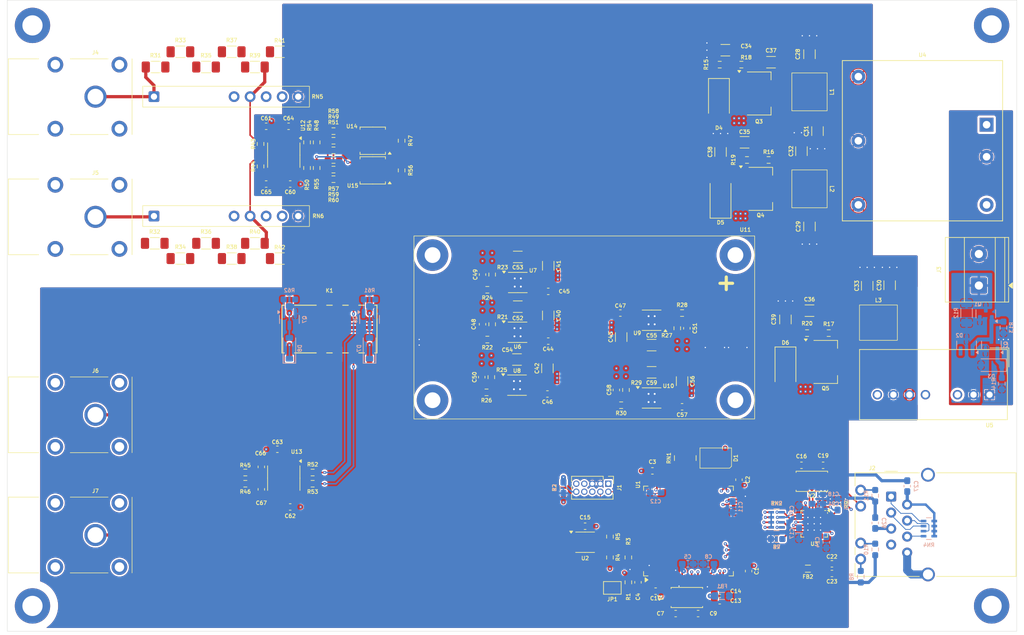
<source format=kicad_pcb>
(kicad_pcb (version 20241229) (generator "pcbnew") (generator_version "9.0")
  (layers (0 "F.Cu" signal) (4 "In1.Cu" signal) (6 "In2.Cu" signal) (2 "B.Cu" signal) (13 "F.Paste" user) (15 "B.Paste" user) (5 "F.SilkS" user "F.Silkscreen") (7 "B.SilkS" user "B.Silkscreen") (1 "F.Mask" user) (3 "B.Mask" user) (25 "Edge.Cuts" user))
  (net 0 "")
  (net 1 "+3.3V")
  (net 2 "GND")
  (net 3 "/Schematic/MCU/NRST")
  (net 4 "Net-(U1-PH0)")
  (net 5 "Net-(U1-PH1)")
  (net 6 "Net-(C11-Pad1)")
  (net 7 "VDDA")
  (net 8 "Net-(U3-XTAL1{slash}CLKIN)")
  (net 9 "Net-(U3-VDDCR)")
  (net 10 "Net-(U3-XTAL2)")
  (net 11 "VCCQ")
  (net 12 "Net-(D1-GK)")
  (net 13 "Net-(D1-BK)")
  (net 14 "Net-(D1-RK)")
  (net 15 "Net-(D2-A)")
  (net 16 "Net-(D6-K)")
  (net 17 "Net-(D5-K)")
  (net 18 "Net-(D3-K)")
  (net 21 "/Schematic/MCU/TCK_SWCLK")
  (net 24 "/Schematic/MCU/TMS_SWDIO")
  (net 25 "/Schematic/Ethernet/ETH_RXP")
  (net 26 "/Schematic/Ethernet/ETH_TXP")
  (net 27 "/Schematic/Ethernet/LED1")
  (net 28 "Earth")
  (net 29 "Net-(J2-Pad9)")
  (net 30 "/Schematic/Ethernet/ETH_TXN")
  (net 31 "Net-(J2-Pad11)")
  (net 32 "/Schematic/Ethernet/LED2")
  (net 34 "/Schematic/Ethernet/ETH_RXN")
  (net 35 "/Schematic/MCU/MCU_DEF")
  (net 36 "Net-(U1-BOOT0)")
  (net 37 "/Schematic/MCU/I2C1_SDA")
  (net 38 "/Schematic/MCU/I2C1_SCL")
  (net 39 "Net-(U3-RXER{slash}PHYAD0)")
  (net 40 "/Schematic/Ethernet/RMII_MDIO")
  (net 41 "Net-(U3-RBIAS)")
  (net 43 "/Schematic/MCU/LED_RED")
  (net 44 "/Schematic/MCU/LED_BLUE")
  (net 45 "/Schematic/MCU/LED_GREEN")
  (net 47 "/Schematic/Ethernet/REF_CLK")
  (net 48 "/Schematic/Ethernet/RMII_RXD0")
  (net 49 "/Schematic/Ethernet/MODE2")
  (net 50 "/Schematic/Ethernet/RMII_CRS_DV")
  (net 51 "/Schematic/Ethernet/MODE0")
  (net 52 "/Schematic/Ethernet/RMII_RXD1")
  (net 53 "/Schematic/Ethernet/MODE1")
  (net 54 "/Schematic/Ethernet/REFCLK0")
  (net 67 "/Schematic/Ethernet/RMII_TXD1")
  (net 96 "/Schematic/MCU/EEPROM_nWP")
  (net 98 "/Schematic/Ethernet/RMII_TXD0")
  (net 113 "/Schematic/Ethernet/RMII_MDC")
  (net 117 "/Schematic/Ethernet/RMII_TXEN")
  (net 122 "+15V")
  (net 123 "/Schematic/ADC Module/IN_CPL")
  (net 124 "/Schematic/ADC Module/DIN")
  (net 125 "+5VA")
  (net 126 "/Schematic/ADC Module/A1N")
  (net 127 "/Schematic/ADC Module/A1P")
  (net 128 "/Schematic/ADC Module/IN-")
  (net 129 "/Schematic/ADC Module/A0P")
  (net 130 "/Schematic/ADC Module/~{CS}")
  (net 131 "/Schematic/ADC Module/IN+")
  (net 132 "/Schematic/ADC Module/A2N")
  (net 133 "/Schematic/ADC Module/A0N")
  (net 134 "+5VD")
  (net 135 "-15V")
  (net 136 "/Schematic/ADC Module/DOUT")
  (net 137 "/Schematic/ADC Module/SCLK")
  (net 138 "/Schematic/ADC Module/~{SYNC}{slash}~{ERR}")
  (net 139 "Net-(U6-NR{slash}SS)")
  (net 140 "Net-(U6-FB)")
  (net 142 "Net-(D7-A)")
  (net 143 "Net-(J3-Pin_1)")
  (net 147 "Net-(RN5-R2)")
  (net 151 "Net-(RN6-R2)")
  (net 152 "Net-(J4-Pin_1)")
  (net 153 "Net-(R34-Pad2)")
  (net 154 "/Schematic/Frontend/Gx10")
  (net 155 "Net-(U4-+Vout)")
  (net 156 "Net-(U4--Vout)")
  (net 157 "/Schematic/Frontend/Gx100")
  (net 158 "Net-(D8-A)")
  (net 161 "Net-(D4-A)")
  (net 162 "Net-(D5-A)")
  (net 163 "Net-(Q3-B)")
  (net 164 "Net-(Q4-B)")
  (net 165 "Net-(K1-Pad10)")
  (net 166 "Net-(K1-Pad3)")
  (net 167 "Net-(J7-Pin_1)")
  (net 168 "/Schematic/Frontend/RLY_R")
  (net 169 "/Schematic/Frontend/RLY_S")
  (net 170 "Net-(J5-Pin_1)")
  (net 171 "+24V")
  (net 172 "GNDS")
  (net 174 "Net-(Q5-B)")
  (net 175 "Net-(D6-A)")
  (net 176 "Net-(U5-+Vout)")
  (net 177 "Net-(D4-K)")
  (net 178 "Net-(C34-Pad1)")
  (net 179 "Net-(C35-Pad1)")
  (net 180 "Net-(U7-NR{slash}SS)")
  (net 181 "Net-(U8-NR{slash}SS)")
  (net 182 "Net-(U9-NR{slash}SS)")
  (net 183 "Net-(U7-FB)")
  (net 184 "Net-(U8-FB)")
  (net 185 "Net-(U9-FB)")
  (net 186 "Net-(U10-NR{slash}SS)")
  (net 187 "Net-(U10-FB)")
  (net 188 "Net-(Q6-B)")
  (net 189 "Net-(Q7-B)")
  (net 190 "Net-(R36-Pad2)")
  (net 191 "Net-(R31-Pad2)")
  (net 192 "Net-(R32-Pad2)")
  (net 193 "Net-(R33-Pad2)")
  (net 194 "Net-(R35-Pad2)")
  (net 195 "Net-(U12A-+)")
  (net 196 "Net-(U12B-+)")
  (net 197 "Net-(U12A--)")
  (net 198 "Net-(R37-Pad2)")
  (net 199 "Net-(U12B--)")
  (net 200 "Net-(R38-Pad2)")
  (net 201 "Net-(R49-Pad2)")
  (net 213 "/Schematic/ADC Module/A2P")
  (net 214 "Net-(K1-Pad5)")
  (net 215 "Net-(K1-Pad8)")
  (net 216 "Net-(R47-Pad2)")
  (net 217 "Net-(R50-Pad2)")
  (net 218 "Net-(R48-Pad2)")
  (net 219 "Net-(U13A--)")
  (net 220 "Net-(U13B--)")
  (net 221 "Net-(R56-Pad2)")
  (net 222 "Net-(R57-Pad2)")
  (net 223 "Net-(J6-Pin_1)")
  (net 224 "Net-(U13A-+)")
  (net 225 "Net-(U13B-+)")
  (net 226 "Net-(C12-Pad1)")
  (net 227 "Net-(C36-Pad1)")
  (footprint "ADC7177B1:S16N-PC" (layer "F.Cu") (at 93.98 135.763 180)
    (property "Reference" "J7")
    (property "Value" "Conn_01x01")
  )
  (footprint "Package_SO:HVSSOP-8-1EP_3x3mm_P0.65mm_EP1.57x1.89mm_ThermalVias" (layer "F.Cu") (at 160.866 103.632)
    (property "Reference" "U6")
    (property "Value" "TPS7A4901DGN")
  )
  (footprint "Capacitor_SMD:C_0603_1608Metric_Pad1.08x0.95mm_HandSolder" (layer "F.Cu") (at 171.577 134.366)
    (property "Reference" "C15")
    (property "Value" "0.1u")
  )
  (footprint "Resistor_SMD:R_0603_1608Metric_Pad0.98x0.95mm_HandSolder" (layer "F.Cu") (at 131.699 74.803)
    (property "Reference" "R51")
    (property "Value" "1k1/0.1%")
  )
  (footprint "Package_TO_SOT_SMD:SOT-223" (layer "F.Cu") (at 199.136 65.786)
    (property "Reference" "Q3")
    (property "Value" "FZT851")
  )
  (footprint "Capacitor_SMD:C_1206_3216Metric_Pad1.33x1.80mm_HandSolder" (layer "F.Cu") (at 219.837 96.1775 90)
    (property "Reference" "C30")
    (property "Value" "10u/50V")
  )
  (footprint "Inductor_SMD:L_0805_2012Metric_Pad1.05x1.20mm_HandSolder" (layer "F.Cu") (at 206.883 141.097 180)
    (property "Reference" "FB2")
    (property "Value" "742792031")
  )
  (footprint "Package_SO:SOP-4_3.8x4.1mm_P2.54mm" (layer "F.Cu") (at 137.922 77.978 180)
    (property "Reference" "U15")
    (property "Value" "CPC1002N")
  )
  (footprint "ADC7177B1:NX5032GA" (layer "F.Cu") (at 207.518 127.254 180)
    (property "Reference" "Y2")
    (property "Value" "NX5032GA-25")
  )
  (footprint "Capacitor_SMD:C_0603_1608Metric_Pad1.08x0.95mm_HandSolder" (layer "F.Cu") (at 186.944 115.443)
    (property "Reference" "C57")
    (property "Value" "10n")
  )
  (footprint "Resistor_SMD:R_0603_1608Metric_Pad0.98x0.95mm_HandSolder" (layer "F.Cu") (at 178.054 112.776 -90)
    (property "Reference" "R29")
    (property "Value" "120k")
  )
  (footprint "Converter_DCDC:Converter_DCDC_TRACO_TEC3-24xxUI_THT" (layer "F.Cu") (at 235.6745 113.5245 -90)
    (property "Reference" "U5")
    (property "Value" "TEC 3-2419WI")
  )
  (footprint "Resistor_SMD:R_1206_3216Metric_Pad1.30x1.75mm_HandSolder" (layer "F.Cu") (at 107.442 91.948)
    (property "Reference" "R34")
    (property "Value" "2M2/0.05%")
  )
  (footprint "Resistor_SMD:R_0603_1608Metric_Pad0.98x0.95mm_HandSolder" (layer "F.Cu") (at 197.231 76.327 180)
    (property "Reference" "R19")
    (property "Value" "1k")
  )
  (footprint "Resistor_SMD:R_0603_1608Metric_Pad0.98x0.95mm_HandSolder" (layer "F.Cu") (at 142.494 73.279 -90)
    (property "Reference" "R47")
    (property "Value" "1k2")
  )
  (footprint "Resistor_SMD:R_0603_1608Metric_Pad0.98x0.95mm_HandSolder" (layer "F.Cu") (at 117.729 125.857)
    (property "Reference" "R45")
    (property "Value" "510")
  )
  (footprint "Capacitor_SMD:C_1206_3216Metric_Pad1.33x1.80mm_HandSolder" (layer "F.Cu") (at 165.735 100.965 90)
    (property "Reference" "C40")
    (property "Value" "10u/50V")
  )
  (footprint "ADC7177B1:1776-C68xx" (layer "F.Cu") (at 115.951 85.217)
    (property "Reference" "RN6")
    (property "Value" "1776-C68xx")
  )
  (footprint "MountingHole:MountingHole_2.5mm_Pad_TopBottom" (layer "F.Cu") (at 195.4 114.4)
    (property "Reference" "H8" (hide yes))
    (property "Value" "MountingHole")
  )
  (footprint "Capacitor_SMD:C_0603_1608Metric_Pad1.08x0.95mm_HandSolder" (layer "F.Cu") (at 187.706 102.997 90)
    (property "Reference" "C51")
    (property "Value" "10n")
  )
  (footprint "Capacitor_SMD:C_0603_1608Metric_Pad1.08x0.95mm_HandSolder" (layer "F.Cu") (at 120.269 128.524 90)
    (property "Reference" "C67")
    (property "Value" "0.1u")
  )
  (footprint "Capacitor_SMD:C_1206_3216Metric_Pad1.33x1.80mm_HandSolder" (layer "F.Cu") (at 165.608 109.347 90)
    (property "Reference" "C42")
    (property "Value" "10u/50V")
  )
  (footprint "Resistor_SMD:R_1206_3216Metric_Pad1.30x1.75mm_HandSolder" (layer "F.Cu") (at 119.253 89.535)
    (property "Reference" "R40")
    (property "Value" "1M1/0.05%")
  )
  (footprint "Diode_SMD:D_SMA" (layer "F.Cu") (at 203.327 109.474 -90)
    (property "Reference" "D6")
    (property "Value" "SS16")
  )
  (footprint "Resistor_SMD:R_0603_1608Metric_Pad0.98x0.95mm_HandSolder" (layer "F.Cu") (at 177.292 115.189)
    (property "Reference" "R30")
    (property "Value" "10k")
  )
  (footprint "Resistor_SMD:R_0603_1608Metric_Pad0.98x0.95mm_HandSolder" (layer "F.Cu") (at 156.718 110.744 -90)
    (property "Reference" "R25")
    (property "Value" "120k")
  )
  (footprint "Resistor_SMD:R_0603_1608Metric_Pad0.98x0.95mm_HandSolder" (layer "F.Cu") (at 129.032 73.533 90)
    (property "Reference" "R48")
    (property "Value" "10k/0.1%")
  )
  (footprint "MountingHole:MountingHole_3.2mm_M3_DIN965_Pad" (layer "F.Cu") (at 84 55)
    (property "Reference" "H1" (hide yes))
    (property "Value" "MountingHole")
  )
  (footprint "Capacitor_SMD:C_1206_3216Metric_Pad1.33x1.80mm_HandSolder" (layer "F.Cu") (at 160.909 91.694)
    (property "Reference" "C53")
    (property "Value" "10u/50V")
  )
  (footprint "Resistor_SMD:R_0603_1608Metric_Pad0.98x0.95mm_HandSolder" (layer "F.Cu") (at 186.944 100.584 180)
    (property "Reference" "R28")
    (property "Value" "10k")
  )
  (footprint "Package_SO:SOIC-8_3.9x4.9mm_P1.27mm" (layer "F.Cu") (at 123.825 75.565 -90)
    (property "Reference" "U12")
    (property "Value" "AD8599ARZ")
  )
  (footprint "Capacitor_SMD:C_1206_3216Metric_Pad1.33x1.80mm_HandSolder" (layer "F.Cu") (at 207.137 86.868 -90)
    (property "Reference" "C29")
    (property "Value" "10u/50V")
  )
  (footprint "Resistor_SMD:R_Array_Concave_4x0603" (layer "F.Cu") (at 187.452 123.571 90)
    (property "Reference" "RN1")
    (property "Value" "EXB-V8V102JV")
  )
  (footprint "MountingHole:MountingHole_3.2mm_M3_DIN965_Pad" (layer "F.Cu") (at 236 147)
    (property "Reference" "H4" (hide yes))
    (property "Value" "MountingHole")
  )
  (footprint "Capacitor_SMD:C_0603_1608Metric_Pad1.08x0.95mm_HandSolder" (layer "F.Cu") (at 121.031 70.993 180)
    (property "Reference" "C61")
    (property "Value" "0.1u")
  )
  (footprint "Capacitor_SMD:C_1206_3216Metric_Pad1.33x1.80mm_HandSolder" (layer "F.Cu") (at 182.118 105.664 180)
    (property "Reference" "C55")
    (property "Value" "10u/50V")
  )
  (footprint "TerminalBlock_Phoenix:TerminalBlock_Phoenix_MKDS-1,5-2_1x02_P5.00mm_Horizontal" (layer "F.Cu") (at 233.9795 96.226 90)
    (property "Reference" "J3")
    (property "Value" "1715721")
  )
  (footprint "Resistor_SMD:R_1206_3216Metric_Pad1.30x1.75mm_HandSolder" (layer "F.Cu") (at 119.253 61.595)
    (property "Reference" "R39")
    (property "Value" "1M1/0.05%")
  )
  (footprint "Resistor_SMD:R_0603_1608Metric_Pad0.98x0.95mm_HandSolder" (layer "F.Cu") (at 129.032 77.597 -90)
    (property "Reference" "R55")
    (property "Value" "10k/0.1%")
  )
  (footprint "Capacitor_SMD:C_0603_1608Metric_Pad1.08x0.95mm_HandSolder" (layer "F.Cu") (at 122.809 122.174)
    (property "Reference" "C63")
    (property "Value" "0.1u")
  )
  (footprint "Resistor_SMD:R_Array_Concave_4x0603" (layer "F.Cu") (at 201.92 133.35)
    (property "Reference" "RN2")
    (property "Value" "EXB-V8V330JV")
  )
  (footprint "Resistor_SMD:R_0603_1608Metric_Pad0.98x0.95mm_HandSolder" (layer "F.Cu") (at 186.182 102.997 90)
    (property "Reference" "R27")
    (property "Value" "120k")
  )
  (footprint "Resistor_SMD:R_0603_1608Metric_Pad0.98x0.95mm_HandSolder" (layer "F.Cu") (at 156.845 102.362 -90)
    (property "Reference" "R21")
    (property "Value" "120k")
  )
  (footprint "Resistor_SMD:R_1206_3216Metric_Pad1.30x1.75mm_HandSolder" (layer "F.Cu") (at 123.19 59.182 180)
    (property "Reference" "R41")
    (property "Value" "100k/0.05%")
  )
  (footprint "Capacitor_SMD:C_0603_1608Metric_Pad1.08x0.95mm_HandSolder" (layer "F.Cu") (at 121.031 80.137 180)
    (property "Reference" "C65")
    (property "Value" "0.1u")
  )
  (footprint "Package_SO:HVSSOP-8-1EP_3x3mm_P0.65mm_EP1.57x1.89mm_ThermalVias" (layer "F.Cu") (at 160.909 95.748)
    (property "Reference" "U7")
    (property "Value" "TPS7A3001DGN")
  )
  (footprint "Package_TO_SOT_SMD:SOT-223" (layer "F.Cu") (at 199.39 80.899)
    (property "Reference" "Q4")
    (property "Value" "FZT951")
  )
  (footprint "Resistor_SMD:R_0603_1608Metric_Pad0.98x0.95mm_HandSolder" (layer "F.Cu") (at 131.699 77.851)
    (property "Reference" "R59")
    (property "Value" "110/0.05%")
  )
  (footprint "Capacitor_SMD:C_1206_3216Metric_Pad1.33x1.80mm_HandSolder" (layer "F.Cu") (at 207.137 59.563 90)
    (property "Reference" "C28")
    (property "Value" "10u/50V")
  )
  (footprint "Resistor_SMD:R_0603_1608Metric_Pad0.98x0.95mm_HandSolder" (layer "F.Cu") (at 206.756 103.759 180)
    (property "Reference" "R20")
    (property "Value" "1k")
  )
  (footprint "MountingHole:MountingHole_2.5mm_Pad_TopBottom" (layer "F.Cu") (at 195.4 91.4)
    (property "Reference" "H6" (hide yes))
    (property "Value" "MountingHole")
  )
  (footprint "LED_SMD:LED_Avago_PLCC4_3.2x2.8mm_CW" (layer "F.Cu") (at 192.278 123.571 180)
    (property "Reference" "D1")
    (property "Value" "ASMB-MTB1-0B3A2")
  )
  (footprint "Capacitor_SMD:C_1206_3216Metric_Pad1.33x1.80mm_HandSolder" (layer "F.Cu") (at 216.281 96.266 90)
    (property "Reference" "C33")
    (property "Value" "10u/50V")
  )
  (footprint "ADC7177B1:THN_15-2425" (layer "F.Cu") (at 225.044 73.279 -90)
    (property "Reference" "U4")
    (property "Value" "THN 15-2425")
  )
  (footprint "Connector_PinHeader_1.27mm:PinHeader_2x05_P1.27mm_Vertical" (layer "F.Cu") (at 175.26 127.635 -90)
    (property "Reference" "J1")
    (property "Value" "20021111-00010T4LF")
  )
  (footprint "Resistor_SMD:R_0603_1608Metric_Pad0.98x0.95mm_HandSolder" (layer "F.Cu") (at 117.729 127.635)
    (property "Reference" "R46")
    (property "Value" "510")
  )
  (footprint "Capacitor_SMD:C_0603_1608Metric_Pad1.08x0.95mm_HandSolder" (layer "F.Cu") (at 192.913 146.177)
    (property "Reference" "C13")
    (property "Value" "10u")
  )
  (footprint "Capacitor_SMD:C_1206_3216Metric_Pad1.33x1.80mm_HandSolder" (layer "F.Cu") (at 186.944 111.379 90)
    (property "Reference" "C56")
    (property "Value" "10u/50V")
  )
  (footprint "Package_SO:HVSSOP-8-1EP_3x3mm_P0.65mm_EP1.57x1.89mm_ThermalVias" (layer "F.Cu") (at 182.118 101.727 180)
    (property "Reference" "U9")
    (property "Value" "TPS7A4901DGN")
  )
  (footprint "Resistor_SMD:R_0603_1608Metric_Pad0.98x0.95mm_HandSolder" (layer "F.Cu") (at 128.397 127.635)
    (property "Reference" "R53")
    (property "Value" "510")
  )
  (footprint "Resistor_SMD:R_0603_1608Metric_Pad0.98x0.95mm_HandSolder" (layer "F.Cu") (at 211.582 130.937 -90)
    (property "Reference" "R9")
    (property "Value" "12k1")
  )
  (footprint "Package_DFN_QFN:VQFN-24-1EP_4x4mm_P0.5mm_EP2.5x2.5mm_ThermalVias" (layer "F.Cu") (at 207.889 133.985 -90)
    (property "Reference" "U3")
    (property "Value" "LAN8742A")
  )
  (footprint "Resistor_SMD:R_0603_1608Metric_Pad0.98x0.95mm_HandSolder" (layer "F.Cu") (at 131.699 76.327)
    (property "Reference" "R57")
    (property "Value" "1k2")
  )
  (footprint "Package_SO:HVSSOP-8-1EP_3x3mm_P0.65mm_EP1.57x1.89mm_ThermalVias" (layer "F.Cu") (at 182.118 114.046)
    (property "Reference" "U10")
    (property "Value" "TPS7A4901DGN")
  )
  (footprint "Capacitor_SMD:C_1206_3216Metric_Pad1.33x1.80mm_HandSolder" (layer "F.Cu") (at 165.735 93.091 90)
    (property "Reference" "C41")
    (property "Value" "10u/50V")
  )
  (footprint "Capacitor_SMD:C_0603_1608Metric_Pad1.08x0.95mm_HandSolder" (layer "F.Cu") (at 165.735 105.029)
    (property "Reference" "C44")
    (property "Value" "10n")
  )
  (footprint "Resistor_SMD:R_0603_1608Metric_Pad0.98x0.95mm_HandSolder" (layer "F.Cu") (at 128.397 125.857)
    (property "Reference" "R52")
    (property "Value" "510")
  )
  (footprint "Package_SO:SOP-4_3.8x4.1mm_P2.54mm" (layer "F.Cu") (at 137.922 73.279 180)
    (property "Reference" "U14")
    (property "Value" "CPC1002N")
  )
  (footprint "Capacitor_SMD:C_0603_1608Metric_Pad1.08x0.95mm_HandSolder" (layer "F.Cu") (at 179.959 143.256 -90)
    (property "Reference" "C4")
    (property "Value" "0.1u")
  )
  (footprint "Capacitor_SMD:C_0603_1608Metric_Pad1.08x0.95mm_HandSolder" (layer "F.Cu") (at 124.587 70.993 180)
    (property "Reference" "C64")
    (property "Value" "0.1u")
  )
  (footprint "Resistor_SMD:R_0603_1608Metric_Pad0.98x0.95mm_HandSolder" (layer "F.Cu") (at 156.083 104.785)
    (property "Reference" "R22")
    (property "Value" "10k")
  )
  (footprint "ADC7177B1:NX5032GA" (layer "F.Cu") (at 187.706 145.669)
    (property "Reference" "Y1")
    (property "Value" "NX5032GA-16")
  )
  (footprint "Capacitor_SMD:C_0603_1608Metric_Pad1.08x0.95mm_HandSolder" (layer "F.Cu") (at 165.608 113.411)
    (property "Reference" "C46")
    (property "Value" "10n")
  )
  (footprint "Resistor_SMD:R_1206_3216Metric_Pad1.30x1.75mm_HandSolder" (layer "F.Cu") (at 111.506 61.595)
    (property "Reference" "R35")
    (property "Value" "2M2/0.05%")
  )
  (footprint "MountingHole:MountingHole_3.2mm_M3_DIN965_Pad" (layer "F.Cu") (at 84 147)
    (property "Reference" "H2" (hide yes))
    (property "Value" "MountingHole")
  )
  (footprint "Capacitor_SMD:C_0603_1608Metric_Pad1.08x0.95mm_HandSolder" (layer "F.Cu") (at 185.928 148.209)
    (property "Reference" "C7")
    (property "Value" "8p")
  )
  (footprint "Capacitor_SMD:C_0603_1608Metric_Pad1.08x0.95mm_HandSolder" (layer "F.Cu") (at 155.194 110.744 -90)
    (property "Reference" "C50")
    (property "Value" "10n")
  )
  (footprint "Capacitor_SMD:C_0603_1608Metric_Pad1.08x0.95mm_HandSolder" (layer "F.Cu") (at 195.961 127 90)
    (property "Reference" "C2")
    (property "Value" "0.1u")
  )
  (footprint "ADC7177B1:G6SK-2F" (layer "F.Cu") (at 137.414001 99.124001 90)
    (property "Reference" "K1")
    (property "Value" "G6SK-2F-DC5")
  )
  (footprint "Resistor_SMD:R_0603_1608Metric_Pad0.98x0.95mm_HandSolder" (layer "F.Cu") (at 178.435 143.256 90)
    (property "Reference" "R1")
    (property "Value" "10k")
  )
  (footprint "Package_SO:HVSSOP-8-1EP_3x3mm_P0.65mm_EP1.57x1.89mm_ThermalVias" (layer "F.Cu") (at 160.782 112.014)
    (property "Reference" "U8")
    (property "Value" "TPS7A4901DGN")
  )
  (footprint "Capacitor_SMD:C_1206_3216Metric_Pad1.33x1.80mm_HandSolder" (layer "F.Cu") (at 160.782 107.95)
    (property "Reference" "C54")
    (property "Value" "10u/50V")
  )
  (footprint "Capacitor_SMD:C_1206_3216Metric_Pad1.33x1.80mm_HandSolder" (layer "F.Cu") (at 160.909 99.568)
    (property "Reference" "C52")
    (property "Value" "10u/50V")
  )
  (footprint "Resistor_SMD:R_1206_3216Metric_Pad1.30x1.75mm_HandSolder" (layer "F.Cu") (at 115.57 91.948)
    (property "Reference" "R38")
    (property "Value" "2M2/0.05%")
  )
  (footprint "Capacitor_SMD:C_0603_1608Metric_Pad1.08x0.95mm_HandSolder" (layer "F.Cu") (at 165.735 97.155)
    (property "Reference" "C45")
    (property "Value" "10n")
  )
  (footprint "Capacitor_SMD:C_0603_1608Metric_Pad1.08x0.95mm_HandSolder" (layer "F.Cu") (at 124.841 131.318 180)
    (property "Reference" "C62")
    (property "Value" "0.1u")
  )
  (footprint "Package_SO:SOIC-8_3.9x4.9mm_P1.27mm" (layer "F.Cu") (at 123.825 126.746 -90)
    (property "Reference" "U13")
    (property "Value" "AD8599ARZ")
  )
  (footprint "Capacitor_SMD:C_1206_3216Metric_Pad1.33x1.80mm_HandSolder" (layer "F.Cu") (at 203.327 101.6 90)
    (property "Reference" "C39")
    (property "Value" "10u/50V")
  )
  (footprint "Resistor_SMD:R_0603_1608Metric_Pad0.98x0.95mm_HandSolder" (layer "F.Cu") (at 196.342 61.214)
    (property "Reference" "R18")
    (property "Value" "1k")
  )
  (footprint "Capacitor_SMD:C_0603_1608Metric_Pad1.08x0.95mm_HandSolder" (layer "F.Cu") (at 210.693 140.335)
    (property "Reference" "C22")
    (property "Value" "1u")
  )
  (footprint "MountingHole:MountingHole_2.5mm_Pad_TopBottom" (layer "F.Cu") (at 147.4 114.4)
    (property "Reference" "H7" (hide yes))
    (property "Value" "MountingHole")
  )
  (footprint "MountingHole:MountingHole_2.5mm_Pad_TopBottom" (layer "F.Cu") (at 147.4 91.4)
    (property "Reference" "H5" (hide yes))
    (property "Value" "MountingHole")
  )
  (footprint "Resistor_SMD:R_0603_1608Metric_Pad0.98x0.95mm_HandSolder" (layer "F.Cu") (at 210.185 103.759)
    (property "Reference" "R17")
    (property "Value" "1k")
  )
  (footprint "Resistor_SMD:R_1206_3216Metric_Pad1.30x1.75mm_HandSolder" (layer "F.Cu") (at 103.378 89.535)
    (property "Reference" "R32")
    (property "Value" "2M2/0.05%")
  )
  (footprint "ADC7177B1:S16N-PC" (layer "F.Cu") (at 93.98 66.294 180)
    (property "Reference" "J4")
    (property "Value" "Conn_01x01")
  )
  (footprint "Capacitor_SMD:C_0603_1608Metric_Pad1.08x0.95mm_HandSolder" (layer "F.Cu") (at 120.269 124.968 90)
    (property "Reference" "C66")
    (property "Value" "0.1u")
  )
  (footprint "Resistor_SMD:R_0603_1608Metric_Pad0.98x0.95mm_HandSolder" (layer "F.Cu") (at 142.494 77.978 -90)
    (property "Reference" "R56")
    (property "Value" "1k2")
  )
  (footprint "Jumper:SolderJumper-2_P1.3mm_Open_Pad1.0x1.5mm" (layer "F.Cu") (at 175.895 144.145 180)
    (property "Reference" "JP1")
    (property "Value" "Open")
  )
  (footprint "Capacitor_SMD:C_0603_1608Metric_Pad1.08x0.95mm_HandSolder" (layer "F.Cu") (at 192.913 144.653)
    (property "Reference" "C14")
    (property "Value" "0.1u")
  )
  (footprint "Capacitor_SMD:C_0603_1608Metric_Pad1.08x0.95mm_HandSolder" (layer "F.Cu") (at 210.693 141.859)
    (property "Reference" "C23")
    (property "Value" "0.1u")
  )
  (footprint "Capacitor_SMD:C_1206_3216Metric_Pad1.33x1.80mm_HandSolder" (layer "F.Cu") (at 177.292 104.394 -90)
    (property "Reference" "C43")
    (property "Value" "10u/50V")
  )
  (footprint "ADC7177B1:S16N-PC" (layer "F.Cu") (at 93.98 116.713 180)
    (property "Reference" "J6")
    (property "Value" "Conn_01x01")
  )
  (footprint "Resistor_SMD:R_1206_3216Metric_Pad1.30x1.75mm_HandSolder" (layer "F.Cu") (at 111.506 89.535)
    (property "Reference" "R36")
    (property "Value" "2M2/0.05%")
  )
  (footprint "Capacitor_SMD:C_1206_3216Metric_Pad1.33x1.80mm_HandSolder" (layer "F.Cu") (at 207.137 100.203 180)
    (property "Reference" "C36")
    (property "Value" "10u/50V")
  )
  (footprint "Capacitor_SMD:C_1206_3216Metric_Pad1.33x1.80mm_HandSolder" (layer "F.Cu") (at 193.802 58.928 180)
    (property "Reference" "C34")
    (property "Value" "10u/50V")
  )
  (footprint "ADC7177B1:ADC7177M1" (layer "F.Cu") (at 171.45 102.87)
    (property "Reference" "U11")
    (property "Value" "ADC7177M1")
  )
  (footprint "Capacitor_SMD:C_1206_3216Metric_Pad1.33x1.80mm_HandSolder" (layer "F.Cu") (at 205.867 74.93 90)
    (property "Reference" "C32")
    (property "Value" "10u/50V")
  )
  (footprint "Resistor_SMD:R_0603_1608Metric_Pad0.98x0.95mm_HandSolder" (layer "F.Cu") (at 131.699 79.375)
    (property "Reference" "R60")
    (property "Value" "510")
  )
  (footprint "Resistor_SMD:R_0603_1608Metric_Pad0.98x0.95mm_HandSolder" (layer "F.Cu") (at 155.956 113.157)
    (property "Reference" "R26")
    (property "Value" "10k")
  )
  (footprint "Capacitor_SMD:C_1206_3216Metric_Pad1.33x1.80mm_HandSolder" (layer "F.Cu") (at 196.85 73.533 180)
    (property "Reference" "C35")
    (property "Value" "10u/50V")
  )
  (footprint "Resistor_SMD:R_0603_1608Metric_Pad0.98x0.95mm_HandSolder" (layer "F.Cu") (at 156.845 94.488 -90)
    (property "Reference" "R23")
    (property "Value" "120k")
  )
  (footprint "ADC7177B1:74408943100" (layer "F.Cu") (at 218.059 102.108 -90)
    (property "Reference" "L3")
    (property "Value" "74408943100")
  )
  (footprint "Resistor_SMD:R_0603_1608Metric_Pad0.98x0.95mm_HandSolder" (layer "F.Cu") (at 127.508 73.533 90)
    (property "Reference" "R54")
    (property "Value" "10k/0.1%")
  )
  (footprint "Resistor_SMD:R_0603_1608Metric_Pad0.98x0.95mm_HandSolder" (layer "F.Cu") (at 175.514 136.017 -90)
    (property "Reference" "R5")
    (property "Value" "4k7")
  )
  (footprint "Package_SO:MSOP-8_3x3mm_P0.65mm" (layer "F.Cu") (at 171.577 136.906)
    (property "Reference" "U2")
    (property "Value" "24LC08B-E/MS")
  )
  (footprint "Capacitor_SMD:C_1206_3216Metric_Pad1.33x1.80mm_HandSolder" (layer "F.Cu") (at 193.04 75.057 90)
    (property "Reference" "C38")
    (property "Value" "10u/50V")
  )
  (footprint "Capacitor_SMD:C_0603_1608Metric_Pad1.08x0.95mm_HandSolder" (layer "F.Cu") (at 205.867 124.714)
    (property "Reference" "C16")
    (property "Value" "8p")
  )
  (footprint "Resistor_SMD:R_0603_1608Metric_Pad0.98x0.95mm_HandSolder" (layer "F.Cu") (at 200.66 76.327)
    (property "Reference" "R16")
    (property "Value" "1k")
  )
  (footprint "Package_TO_SOT_SMD:SOT-223" (layer "F.Cu") (at 209.677 108.331)
    (property "Reference" "Q5")
    (property "Value" "FZT851")
  )
  (footprint "Capacitor_SMD:C_0603_1608Metric_Pad1.08x0.95mm_HandSolder" (layer "F.Cu") (at 197.485 141.478 -90)
    (property "Reference" "C1")
    (property "Value" "0.1u")
  )
  (footprint "Resistor_SMD:R_0603_1608Metric_Pad0.98x0.95mm_HandSolder" (layer "F.Cu") (at 156.083 96.901)
    (property "Reference" "R24")
    (property "Value" "10k")
  )
  (footprint "Resistor_SMD:R_0603_1608Metric_Pad0.98x0.95mm_HandSolder" (layer "F.Cu") (at 175.514 139.319 90)
    (property "Reference" "R4")
    (property "Value" "4k7")
  )
  (footprint "Capacitor_SMD:C_0603_1608Metric_Pad1.08x0.95mm_HandSolder" (layer "F.Cu") (at 155.321 94.488 -90)
    (property "Reference" "C49")
    (property "Value" "10n")
  )
  (footprint "Resistor_SMD:R_0603_1608Metric_Pad0.98x0.95mm_HandSolder" (layer "F.Cu") (at 178.435 139.319 -90)
    (property "Reference" "R3")
    (property "Value" "0")
  )
  (footprint "Connector_RJ:RJ45_Wuerth_7499010121A_Horizontal" (layer "F.Cu") (at 220.076 129.667)
    (property "Reference" "J2")
    (property "Value" "RJ45_Wuerth_7499010121A")
  )
  (footprint "Resistor_SMD:R_0603_1608Metric_Pad0.98x0.95mm_HandSolder" (layer "F.Cu") (at 131.699 71.755)
    (property "Reference" "R58")
    (property "Value" "510")
  )
  (footprint "Resistor_SMD:R_0603_1608Metric_Pad0.98x0.95mm_HandSolder" (layer "F.Cu") (at 120.142 77.343 -90)
    (property "Reference" "R44")
    (property "Value" "510")
  )
  (footprint "Capacitor_SMD:C_0603_1608Metric_Pad1.08x0.95mm_HandSolder" (layer "F.Cu") (at 182.245 125.603)
    (property "Reference" "C3")
    (property "Value" "0.1u")
  )
  (footprint "Resistor_SMD:R_1206_3216Metric_Pad1.30x1.75mm_HandSolder" (layer "F.Cu") (at 103.505 61.595)
    (property "Reference" "R31")
    (property "Value" "2M2/0.05%")
  )
  (footprint "Resistor_SMD:R_0603_1608Metric_Pad0.98x0.95mm_HandSolder" (layer "F.Cu") (at 192.913 61.214 180)
    (property "Reference" "R15")
    (property "Value" "1k")
  )
  (footprint "Resistor_SMD:R_0603_1608Metric_Pad0.98x0.95mm_HandSolder" (layer "F.Cu") (at 168.148 128.27 90)
    (property "Reference" "R2")
    (property "Value" "10k")
  )
  (footprint "Capacitor_SMD:C_0603_1608Metric_Pad1.08x0.95mm_HandSolder" (layer "F.Cu") (at 176.53 112.776 -90)
    (property "Reference" "C58")
    (property "Value" "10n")
  )
  (footprint "Resistor_SMD:R_0603_1608Metric_Pad0.98x0.95mm_HandSolder" (layer "F.Cu") (at 201.93 136.398)
    (property "Reference" "R7")
    (property "Value" "1k5")
  )
  (footprint "Diode_SMD:D_SMA" (layer "F.Cu") (at 193.04 82.042 90)
    (property "Reference" "D5")
    (property "Value" "SS16")
  )
  (footprint "MountingHole:MountingHole_3.2mm_M3_DIN965_Pad" (layer "F.Cu") (at 236 55)
    (property "Reference" "H3" (hide yes))
    (property "Value" "MountingHole")
  )
  (footprint "ADC7177B1:74408943100" (layer "F.Cu") (at 207.137 80.899 180)
    (property "Reference" "L2")
    (property "Value" "74408943100")
  )
  (footprint "Resistor_SMD:R_0603_1608Metric_Pad0.98x0.95mm_HandSolder" (layer "F.Cu") (at 120.142 73.787 -90)
    (property "Reference" "R43")
    (property "Value" "510")
  )
  (footprint "Capacitor_SMD:C_1206_3216Metric_Pad1.33x1.80mm_HandSolder" (layer "F.Cu") (at 182.118 109.982)
    (property "Reference" "C59")
    (property "Value" "10u/50V")
  )
  (footprint "Package_QFP:LQFP-100_14x14mm_P0.5mm" (layer "F.Cu") (at 187.96 135.128 90)
    (property "Reference" "U1")
    (property "Value" "STM32H743VITx")
  )
  (footprint "ADC7177B1:S16N-PC" (layer "F.Cu") (at 93.98 85.344 180)
    (property "Reference" "J5")
    (property "Value" "Conn_01x01")
  )
  (footprint "Capacitor_SMD:C_0603_1608Metric_Pad1.08x0.95mm_HandSolder" (layer "F.Cu") (at 182.753 144.653 180)
    (property "Reference" "C10")
    (property "Value" "1u")
  )
  (footprint "Capacitor_SMD:C_1206_3216Metric_Pad1.33x1.80mm_HandSolder" (layer "F.Cu") (at 201.041 60.833)
    (property "Reference" "C37")
    (property "Value" "10u/50V")
  )
  (footprint "ADC7177B1:74408943100" (layer "F.Cu") (at 207.137 65.532)
    (property "Reference" "L1")
    (property "Value" "74408943100")
  )
  (footprint "Resistor_SMD:R_1206_3216Metric_Pad1.30x1.75mm_HandSolder" (layer "F.Cu") (at 123.19 91.948 180)
    (property "Reference" "R42")
    (property "Value" "100k/0.05%")
  )
  (footprint "Capacitor_SMD:C_0603_1608Metric_Pad1.08x0.95mm_HandSolder" (layer "F.Cu") (at 155.321 102.362 -90)
    (property "Reference" "C48")
    (property "Value" "10n")
  )
  (footprint "Resistor_SMD:R_1206_3216Metric_Pad1.30x1.75mm_HandSolder" (layer "F.Cu") (at 115.57 59.182)
    (property "Reference" "R37")
    (property "Value" "2M2/0.05%")
  )
  (footprint "Capacitor_SMD:C_1206_3216Metric_Pad1.33x1.80mm_HandSolder" (layer "F.Cu") (at 208.407 71.755 -90)
    (property "Reference" "C31")
    (property "Value" "10u/50V")
  )
  (footprint "Resistor_SMD:R_1206_3216Metric_Pad1.30x1.75mm_HandSolder" (layer "F.Cu") (at 107.442 59.182)
    (property "Reference" "R33")
    (property "Value" "2M2/0.05%")
  )
  (footprint "Capacitor_SMD:C_0603_1608Metric_Pad1.08x0.95mm_HandSolder" (layer "F.Cu") (at 177.165 100.584 180)
    (property "Reference" "C47")
    (property "Value" "10n")
  )
  (footprint "Diode_SMD:D_SMA" (layer "F.Cu") (at 192.786 66.929 -90)
    (property "Reference" "D4")
    (property "Value" "SS16")
  )
  (footprint "Capacitor_SMD:C_0603_1608Metric_Pad1.08x0.95mm_HandSolder" (layer "F.Cu") (at 189.484 148.209 180)
    (property "Reference" "C9")
    (property "Value" "8p")
  )
  (footprint "ADC7177B1:1776-C68xx" (layer "F.Cu") (at 115.951 66.294)
    (property "Reference" "RN5")
    (property "Value" "1776-C68xx")
  )
  (footprint "Resistor_SMD:R_0603_1608Metric_Pad0.98x0.95mm_HandSolder" (layer "F.Cu") (at 131.699 73.279)
    (property "Reference" "R49")
    (property "Value" "DNP")
  )
  (footprint "Resistor_SMD:R_0603_1608Metric_Pad0.98x0.95mm_HandSolder" (layer "F.Cu") (at 127.508 77.597 -90)
    (property "Reference" "R50")
    (property "Value" "10k/0.1%")
  )
  (footprint "Capacitor_SMD:C_0603_1608Metric_Pad1.08x0.95mm_HandSolder" (layer "F.Cu") (at 209.296 124.714 180)
    (property "Reference" "C19")
    (property "Value" "8p")
  )
  (footprint "Capacitor_SMD:C_0603_1608Metric_Pad1.08x0.95mm_HandSolder" (layer "F.Cu") (at 124.841 80.137 180)
    (property "Reference" "C60")
    (property "Value" "0.1u")
  )
  (footprint "Diode_SMD:D_SOD-123" (layer "B.Cu") (at 235.966 108.839 180)
    (property "Reference" "D3")
    (property "Value" "1N4148W")
  )
  (footprint "Capacitor_SMD:C_0603_1608Metric_Pad1.08x0.95mm_HandSolder" (layer "B.Cu") (at 208.407 130.81)
    (property "Reference" "C21")
    (property "Value" "1u")
  )
  (footprint "Capacitor_SMD:C_0603_1608Metric_Pad1.08x0.95mm_HandSolder" (layer "B.Cu") (at 187.833 140.335)
    (property "Reference" "C5")
    (property "Value" "0.1u")
  )
  (footprint "Resistor_SMD:R_1206_3216Metric_Pad1.30x1.75mm_HandSolder" (layer "B.Cu") (at 232.029 100.584 -90)
    (property "Reference" "R12")
    (property "Value" "0")
  )
  (footprint "Capacitor_SMD:C_0603_1608Metric_Pad1.08x0.95mm_HandSolder" (layer "B.Cu") (at 168.148 128.27 -90)
    (property "Reference" "C6")
    (property "Value" "0.1u")
  )
  (footprint "Resistor_SMD:R_Array_Concave_4x0603" (layer "B.Cu") (at 201.92 133.35 180)
    (property "Reference" "RN3")
    (property "Value" "EXB-V8V103JV")
  )
  (footprint "Resistor_SMD:R_Array_Concave_4x0603" (layer "B.Cu") (at 226.06 134.747)
    (property "Reference" "RN4")
    (property "Value" "EXB-38V510JV")
  )
  (footprint "Package_TO_SOT_SMD:SOT-23" (layer "B.Cu") (at 137.414 101.6 -90)
    (property "Reference" "Q6")
    (property "Value" "MMBT3904")
  )
  (footprint "Resistor_SMD:R_0603_1608Metric_Pad0.98x0.95mm_HandSolder" (layer "B.Cu") (at 237.617 111.76 -90)
    (property "Reference" "R14")
    (property "Value" "100k")
  )
  (footprint "Capacitor_SMD:C_0603_1608Metric_Pad1.08x0.95mm_HandSolder" (layer "B.Cu") (at 208.407 129.286)
    (property "Reference" "C18")
    (property "Value" "470p")
  )
  (footprint "Capacitor_SMD:C_0603_1608Metric_Pad1.08x0.95mm_HandSolder" (layer "B.Cu") (at 222.631 128.016 90)
    (property "Reference" "C27")
    (property "Value" "0.1u")
  )
  (footprint "Resistor_SMD:R_0603_1608Metric_Pad0.98x0.95mm_HandSolder" (layer "B.Cu") (at 201.93 136.398)
    (property "Reference" "R6")
    (property "Value" "10k")
  )
  (footprint "Inductor_SMD:L_0805_2012Metric_Pad1.05x1.20mm_HandSolder" (layer "B.Cu") (at 193.294 145.415)
    (property "Reference" "FB1")
    (property "Value" "742792031")
  )
  (footprint "Capacitor_SMD:C_0603_1608Metric_Pad1.08x0.95mm_HandSolder" (layer "B.Cu") (at 211.582 130.937 90)
    (property "Reference" "C25")
    (property "Value" "0.1u")
  )
  (footprint "Resistor_SMD:R_0603_1608Metric_Pad0.98x0.95mm_HandSolder" (layer "B.Cu") (at 217.551 129.54 -90)
    (property "Reference" "R11")
    (property "Value" "560")
  )
  (footprint "Resistor_SMD:R_0603_1608Metric_Pad0.98x0.95mm_HandSolder" (layer "B.Cu") (at 137.414 98.425 180)
    (property "Reference" "R61")
    (property "Value" "10k")
  )
  (footprint "Capacitor_SMD:C_0603_1608Metric_Pad1.08x0.95mm_HandSolder" (layer "B.Cu") (at 209.804 136.906 -90)
    (property "Reference" "C24")
    (property "Value" "0.1u")
  )
  (footprint "Diode_SMD:D_SOD-123" (layer "B.Cu") (at 124.714 106.172 90)
    (property "Reference" "D8")
    (property "Value" "1N4148W")
  )
  (footprint "Capacitor_SMD:C_0603_1608Metric_Pad1.08x0.95mm_HandSolder" (layer "B.Cu") (at 194.945 131.318 -90)
    (property "Reference" "C11")
    (property "Value" "2u2")
  )
  (footprint "Capacitor_SMD:C_0603_1608Metric_Pad1.08x0.95mm_HandSolder" (layer "B.Cu") (at 205.486 131.953 90)
    (property "Reference" "C20")
    (property "Value" "1u")
  )
  (footprint "Diode_SMD:D_SOD-123" (layer "B.Cu") (at 137.414 106.172 90)
    (property "Reference" "D7")
    (property "Value" "1N4148W")
  )
  (footprint "Capacitor_SMD:C_0603_1608Metric_Pad1.08x0.95mm_HandSolder" (layer "B.Cu") (at 191.135 140.335 180)
    (property "Reference" "C8")
    (property "Value" "0.1u")
  )
  (footprint "Package_TO_SOT_SMD:SOT-23" (layer "B.Cu") (at 232.029 105.664 90)
    (property "Reference" "D2")
    (property "Value" "BZX84C10LT1G")
  )
  (footprint "Resistor_SMD:R_0603_1608Metric_Pad0.98x0.95mm_HandSolder" (layer "B.Cu") (at 215.265 142.367 -90)
    (property "Reference" "R8")
    (property "Value" "10k")
  )
  (footprint "Resistor_SMD:R_0603_1608Metric_Pad0.98x0.95mm_HandSolder" (layer "B.Cu") (at 124.714 98.425 180)
    (property "Reference" "R62")
    (property "Value" "10k")
  )
  (footprint "Package_TO_SOT_SMD:SOT-23" (layer "B.Cu") (at 235.966 105.664 90)
    (property "Reference" "Q2")
    (property "Value" "MMBT3904")
  )
  (footprint "Package_TO_SOT_SMD:SOT-23" (layer "B.Cu") (at 235.077 100.711 90)
    (property "Reference" "Q1")
    (property "Value" "SI5618A")
  )
  (footprint "Resistor_SMD:R_0603_1608Metric_Pad0.98x0.95mm_HandSolder" (layer "B.Cu") (at 237.871 102.87 -90)
    (property "Reference" "R13")
    (property "Value" "100k")
  )
  (footprint "Package_TO_SOT_SMD:SOT-23" (layer "B.Cu") (at 124.714 101.6 -90)
    (property "Reference" "Q7")
    (property "Value" "MMBT3904")
  )
  (footprint "Capacitor_SMD:C_0603_1608Metric_Pad1.08x0.95mm_HandSolder" (layer "B.Cu") (at 217.551 133.858 90)
    (property "Reference" "C26")
    (property "Value" "0.1u")
  )
  (footprint "Resistor_SMD:R_0603_1608Metric_Pad0.98x0.95mm_HandSolder" (layer "B.Cu") (at 217.551 138.049 -90)
    (property "Reference" "R10")
    (property "Value" "560")
  )
  (footprint "Capacitor_SMD:C_0603_1608Metric_Pad1.08x0.95mm_HandSolder" (layer "B.Cu") (at 205.486 135.509 -90)
    (property "Reference" "C17")
    (property "Value" "0.1u")
  )
  (footprint "Capacitor_SMD:C_0603_1608Metric_Pad1.08x0.95mm_HandSolder" (layer "B.Cu") (at 182.753 129.032 180)
    (property "Reference" "C12")
    (property "Value" "2u2")
  )
  (gr_rect (start 80 51) (end 240 151) (stroke (width 0.05)) (fill no) (layer "Edge.Cuts"))
  (segment (start 187.198 141.51) (end 186.96 141.748) (width 0.254) (layer "F.Cu") (net 1))
  (segment (start 181.96 126.1805) (end 181.3825 125.603) (width 0.254) (layer "F.Cu") (net 1))
  (segment (start 168.148 129.1825) (end 168.148 130.556) (width 0.762) (layer "F.Cu") (net 1))
  (segment (start 187.198 141.478) (end 187.198 141.51) (width 0.254) (layer "F.Cu") (net 1))
  (segment (start 173.6895 135.931) (end 174.6875 135.931) (width 0.381) (layer "F.Cu") (net 1))
  (segment (start 205.232 133.731) (end 205.236 133.735) (width 0.254) (layer "F.Cu") (net 1))
  (segment (start 195.635 128.1885) (end 195.635 129.128) (width 0.254) (layer "F.Cu") (net 1))
  (segment (start 173.6895 135.931) (end 172.7345 135.931) (width 0.381) (layer "F.Cu") (net 1))
  (segment (start 172.7345 135.931) (end 172.4395 135.636) (width 0.381) (layer "F.Cu") (net 1))
  (segment (start 178.4115 142.3435) (end 177.8 141.732) (width 0.762) (layer "F.Cu") (net 1))
  (segment (start 191.46 141.915) (end 191.897 141.478) (width 0.254) (layer "F.Cu") (net 1))
  (segment (start 195.635 140.628) (end 197.4725 140.628) (width 0.254) (layer "F.Cu") (net 1))
  (segment (start 179.959 142.3935) (end 178.485 142.3935) (width 0.762) (layer "F.Cu") (net 1))
  (segment (start 184.46 142.803) (end 184.46 143.8085) (width 0.254) (layer "F.Cu") (net 1))
  (segment (start 191.46 142.803) (end 191.46 141.915) (width 0.254) (layer "F.Cu") (net 1))
  (segment (start 174.6875 135.931) (end 175.514 135.1045) (width 0.381) (layer "F.Cu") (net 1))
  (segment (start 179.959 142.3935) (end 180.285 142.0675) (width 0.254) (layer "F.Cu") (net 1))
  (segment (start 175.514 140.2315) (end 175.514 141.097) (width 0.762) (layer "F.Cu") (net 1))
  (segment (start 172.4395 135.636) (end 172.4395 134.366) (width 0.381) (layer "F.Cu") (net 1))
  (segment (start 193.778 122.821) (end 193.778 121.944) (width 0.762) (layer "F.Cu") (net 1))
  (segment (start 197.485 140.6155) (end 198.3475 140.6155) (width 0.762) (layer "F.Cu") (net 1))
  (segment (start 172.4395 134.366) (end 173.355 134.366) (width 0.762) (layer "F.Cu") (net 1))
  (segment (start 195.961 127.8625) (end 196.85 127.8625) (width 0.762) (layer "F.Cu") (net 1))
  (segment (start 204.978 133.731) (end 205.232 133.731) (width 0.254) (layer "F.Cu") (net 1))
  (segment (start 186.96 141.748) (end 186.96 142.803) (width 0.254) (layer "F.Cu") (net 1))
  (segment (start 178.485 142.3935) (end 178.435 142.3435) (width 0.762) (layer "F.Cu") (net 1))
  (segment (start 180.285 142.0675) (end 180.285 141.128) (width 0.254) (layer "F.Cu") (net 1))
  (segment (start 184.46 143.8085) (end 183.6155 144.653) (width 0.254) (layer "F.Cu") (net 1))
  (segment (start 205.236 133.735) (end 205.9515 133.735) (width 0.254) (layer "F.Cu") (net 1))
  (segment (start 183.6155 145.5155) (end 183.6155 144.653) (width 0.762) (layer "F.Cu") (net 1))
  (segment (start 181.3825 125.603) (end 180.467 125.603) (width 0.762) (layer "F.Cu") (net 1))
  (segment (start 197.4725 140.628) (end 197.485 140.6155) (width 0.254) (layer "F.Cu") (net 1))
  (segment (start 181.96 127.453) (end 181.96 126.1805) (width 0.254) (layer "F.Cu") (net 1))
  (segment (start 195.961 127.8625) (end 195.635 128.1885) (width 0.254) (layer "F.Cu") (net 1))
  (segment (start 178.435 142.3435) (end 178.4115 142.3435) (width 0.762) (layer "F.Cu") (net 1))
  (via (at 176.53 110.617) (size 0.5) (drill 0.2) (layers "F.Cu" "B.Cu") (net 1))
  (via (at 193.778 121.944) (size 0.5) (drill 0.2) (layers "F.Cu" "B.Cu") (net 1))
  (via (at 183.6155 145.5155) (size 0.5) (drill 0.2) (layers "F.Cu" "B.Cu") (net 1))
  (via (at 198.3475 140.6155) (size 0.5) (drill 0.2) (layers "F.Cu" "B.Cu") (net 1))
  (via (at 204.978 133.731) (size 0.5) (drill 0.2) (layers "F.Cu" "B.Cu") (net 1))
  (via (at 173.355 134.366) (size 0.5) (drill 0.2) (layers "F.Cu" "B.Cu") (net 1))
  (via (at 178.054 109.347) (size 0.5) (drill 0.2) (layers "F.Cu" "B.Cu") (net 1))
  (via (at 178.054 110.617) (size 0.5) (drill 0.2) (layers "F.Cu" "B.Cu") (net 1))
  (via (at 180.467 125.603) (size 0.5) (drill 0.2) (layers "F.Cu" "B.Cu") (net 1))
  (via (at 176.53 109.347) (size 0.5) (drill 0.2) (layers "F.Cu" "B.Cu") (net 1))
  (via (at 168.148 130.556) (size 0.5) (drill 0.2) (layers "F.Cu" "B.Cu") (net 1))
  (via (at 177.8 141.732) (size 0.5) (drill 0.2) (layers "F.Cu" "B.Cu") (net 1))
  (via (at 191.897 141.478) (size 0.5) (drill 0.2) (layers "F.Cu" "B.Cu") (net 1))
  (via (at 196.85 127.8625) (size 0.5) (drill 0.2) (layers "F.Cu" "B.Cu") (net 1))
  (via (at 187.198 141.478) (size 0.5) (drill 0.2) (layers "F.Cu" "B.Cu") (net 1))
  (via (at 175.514 141.097) (size 0.5) (drill 0.2) (layers "F.Cu" "B.Cu") (net 1))
  (segment (start 201.07 132.15) (end 201.07 132.95) (width 0.254) (layer "B.Cu") (net 1))
  (segment (start 191.9975 141.3775) (end 191.897 141.478) (width 0.762) (layer "B.Cu") (net 1))
  (segment (start 186.9705 140.335) (end 186.9705 141.2505) (width 0.762) (layer "B.Cu") (net 1))
  (segment (start 191.9975 140.335) (end 191.9975 141.3775) (width 0.762) (layer "B.Cu") (net 1))
  (segment (start 201.07 133.75) (end 201.07 134.55) (width 0.254) (layer "B.Cu") (net 1))
  (segment (start 186.9705 141.2505) (end 187.198 141.478) (width 0.762) (layer "B.Cu") (net 1))
  (segment (start 201.07 132.95) (end 201.07 133.75) (width 0.254) (layer "B.Cu") (net 1))
  (segment (start 186.46 142.803) (end 186.46 141.883) (width 0.254) (layer "F.Cu") (net 2))
  (segment (start 190.632 106.04) (end 190.627 106.045) (width 0.254) (layer "F.Cu") (net 2))
  (segment (start 186.46 141.883) (end 185.928 141.351) (width 0.254) (layer "F.Cu") (net 2))
  (segment (start 196.977 129.628) (end 195.635 129.628) (width 0.254) (layer "F.Cu") (net 2))
  (segment (start 211.582 130.0245) (end 210.4625 130.0245) (width 0.254) (layer "F.Cu") (net 2))
  (segment (start 178.435 140.2315) (end 178.435 140.97) (width 0.254) (layer "F.Cu") (net 2))
  (segment (start 182.46 127.453) (end 182.46 126.2505) (width 0.254) (layer "F.Cu") (net 2))
  (segment (start 212.8285 130.0245) (end 211.582 130.0245) (width 0.254) (layer "F.Cu") (net 2))
  (segment (start 210.4625 130.0245) (end 210.439 130.048) (width 0.254) (layer "F.Cu") (net 2))
  (segment (start 180.285 140.628) (end 181.698 140.628) (width 0.254) (layer "F.Cu") (net 2))
  (segment (start 182.46 126.2505) (end 183.1075 125.603) (width 0.254) (layer "F.Cu") (net 2))
  (segment (start 181.698 140.628) (end 181.737 140.589) (width 0.254) (layer "F.Cu") (net 2))
  (segment (start 178.435 140.97) (end 178.689 141.224) (width 0.254) (layer "F.Cu") (net 2))
  (segment (start 194.437 141.128) (end 195.635 141.128) (width 0.254) (layer "F.Cu") (net 2))
  (segment (start 186.46 143.867) (end 186.46 142.803) (width 0.254) (layer "F.Cu") (net 2))
  (segment (start 190.96 143.97) (end 190.96 142.803) (width 0.254) (layer "F.Cu") (net 2))
  (via (at 194.437 141.128) (size 0.5) (drill 0.2) (layers "F.Cu" "B.Cu") (net 2))
  (via (at 202.184 98.679) (size 0.5) (drill 0.2) (layers "F.Cu" "B.Cu") (net 2))
  (via (at 207.01 72.009) (size 0.5) (drill 0.2) (layers "F.Cu" "B.Cu") (net 2))
  (via (at 190.96 143.97) (size 0.5) (drill 0.2) (layers "F.Cu" "B.Cu") (net 2))
  (via (at 208.407 74.549) (size 0.5) (drill 0.2) (layers "F.Cu" "B.Cu") (net 2))
  (via (at 205.994 56.642) (size 0.5) (drill 0.2) (layers "F.Cu" "B.Cu") (net 2))
  (via (at 219.837 93.345) (size 0.5) (drill 0.2) (layers "F.Cu" "B.Cu") (net 2))
  (via (at 178.689 141.224) (size 0.5) (drill 0.2) (layers "F.Cu" "B.Cu") (net 2))
  (via (at 190.881 57.785) (size 0.5) (drill 0.2) (layers "F.Cu" "B.Cu") (net 2))
  (via (at 193.04 72.136) (size 0.5) (drill 0.2) (layers "F.Cu" "B.Cu") (net 2))
  (via (at 181.737 140.589) (size 0.5) (drill 0.2) (layers "F.Cu" "B.Cu") (net 2))
  (via (at 204.724 72.009) (size 0.5) (drill 0.2) (layers "F.Cu" "B.Cu") (net 2))
  (via (at 212.8285 130.0245) (size 0.5) (drill 0.2) (layers "F.Cu" "B.Cu") (net 2))
  (via (at 190.881 58.928) (size 0.5) (drill 0.2) (layers "F.Cu" "B.Cu") (net 2))
  (via (at 185.928 141.351) (size 0.5) (drill 0.2) (layers "F.Cu" "B.Cu") (net 2))
  (via (at 217.424 93.345) (size 0.5) (drill 0.2) (layers "F.Cu" "B.Cu") (net 2))
  (via (at 210.439 130.048) (size 0.5) (drill 0.2) (layers "F.Cu" "B.Cu") (net 2))
  (via (at 205.994 89.662) (size 0.5) (drill 0.2) (layers "F.Cu" "B.Cu") (net 2))
  (via (at 145.288 104.775) (size 0.5) (drill 0.2) (layers "F.Cu" "B.Cu") (net 2))
  (via (at 207.264 74.549) (size 0.5) (drill 0.2) (layers "F.Cu" "B.Cu") (net 2))
  (via (at 209.55 74.549) (size 0.5) (drill 0.2) (layers "F.Cu" "B.Cu") (net 2))
  (via (at 145.288 105.664) (size 0.5) (drill 0.2) (layers "F.Cu" "B.Cu") (net 2))
  (via (at 194.31 106.045) (size 0.5) (drill 0.2) (layers "F.Cu" "B.Cu") (net 2))
  (via (at 203.327 98.679) (size 0.5) (drill 0.2) (layers "F.Cu" "B.Cu") (net 2))
  (via (at 191.897 72.136) (size 0.5) (drill 0.2) (layers "F.Cu" "B.Cu") (net 2))
  (via (at 208.28 89.662) (size 0.5) (drill 0.2) (layers "F.Cu" "B.Cu") (net 2))
  (via (at 218.694 93.345) (size 0.5) (drill 0.2) (layers "F.Cu" "B.Cu") (net 2))
  (via (at 204.47 98.679) (size 0.5) (drill 0.2) (layers "F.Cu" "B.Cu") (net 2))
  (via (at 205.867 72.009) (size 0.5) (drill 0.2) (layers "F.Cu" "B.Cu") (net 2))
  (via (at 207.137 56.642) (size 0.5) (drill 0.2) (layers "F.Cu" "B.Cu") (net 2))
  (via (at 193.675 106.045) (size 0.5) (drill 0.2) (layers "F.Cu" "B.Cu") (net 2))
  (via (at 186.46 143.867) (size 0.5) (drill 0.2) (layers "F.Cu" "B.Cu") (net 2))
  (via (at 220.98 93.345) (size 0.5) (drill 0.2) (layers "F.Cu" "B.Cu") (net 2))
  (via (at 196.977 129.628) (size 0.5) (drill 0.2) (layers "F.Cu" "B.Cu") (net 2))
  (via (at 190.627 106.045) (size 0.5) (drill 0.2) (layers "F.Cu" "B.Cu") (net 2))
  (via (at 197.231 106.045) (size 0.5) (drill 0.2) (layers "F.Cu" "B.Cu") (net 2))
  (via (at 190.881 60.071) (size 0.5) (drill 0.2) (layers "F.Cu" "B.Cu") (net 2))
  (via (at 194.183 72.136) (size 0.5) (drill 0.2) (layers "F.Cu" "B.Cu") (net 2))
  (via (at 215.138 93.345) (size 0.5) (drill 0.2) (layers "F.Cu" "B.Cu") (net 2))
  (via (at 207.137 89.662) (size 0.5) (drill 0.2) (layers "F.Cu" "B.Cu") (net 2))
  (via (at 208.28 56.642) (size 0.5) (drill 0.2) (layers "F.Cu" "B.Cu") (net 2))
  (via (at 216.281 93.345) (size 0.5) (drill 0.2) (layers "F.Cu" "B.Cu") (net 2))
  (segment (start 217.551 132.9955) (end 217.551 130.4525) (width 0.508) (layer "B.Cu") (net 2))
  (segment (start 216.5115 143.2795) (end 215.265 143.2795) (width 0.508) (layer "B.Cu") (net 2))
  (segment (start 222.631 127.1535) (end 218.5935 127.1535) (width 0.508) (layer "B.Cu") (net 2))
  (segment (start 212.932 129.921) (end 212.8285 130.0245) (width 0.508) (layer "B.Cu") (net 2))
  (segment (start 217.551 138.9615) (end 217.551 142.24) (width 0.508) (layer "B.Cu") (net 2))
  (segment (start 217.0195 129.921) (end 212.932 129.921) (width 0.508) (layer "B.Cu") (net 2))
  (segment (start 217.551 130.4525) (end 217.0195 129.921) (width 0.508) (layer "B.Cu") (net 2))
  (segment (start 217.551 142.24) (end 216.5115 143.2795) (width 0.508) (layer "B.Cu") (net 2))
  (segment (start 217.678 126.238) (end 212.09 126.238) (width 0.508) (layer "B.Cu") (net 2))
  (segment (start 212.6215 143.2795) (end 212.598 143.256) (width 0.508) (layer "B.Cu") (net 2))
  (segment (start 215.265 143.2795) (end 212.6215 143.2795) (width 0.508) (layer "B.Cu") (net 2))
  (segment (start 218.5935 127.1535) (end 217.678 126.238) (width 0.508) (layer "B.Cu") (net 2))
  (segment (start 168.148 127.3575) (end 168.148 126.619) (width 0.762) (layer "F.Cu") (net 3))
  (segment (start 188.46 141.613) (end 188.46 142.803) (width 0.254) (layer "F.Cu") (net 3))
  (via (at 168.148 126.619) (size 0.5) (drill 0.2) (layers "F.Cu" "B.Cu") (net 3))
  (via (at 188.46 141.613) (size 0.5) (drill 0.2) (layers "F.Cu" "B.Cu") (net 3))
  (segment (start 170.18 128.905) (end 169.418 128.905) (width 0.254) (layer "B.Cu") (net 3))
  (segment (start 168.148 127.635) (end 168.148 127.4075) (width 0.254) (layer "B.Cu") (net 3))
  (segment (start 169.418 128.905) (end 168.148 127.635) (width 0.254) (layer "B.Cu") (net 3))
  (segment (start 168.148 127.4075) (end 168.148 126.619) (width 0.762) (layer "B.Cu") (net 3))
  (segment (start 186.944 145.669) (end 185.706 145.669) (width 0.254) (layer "F.Cu") (net 4))
  (segment (start 185.706 145.669) (end 185.706 147.5685) (width 0.254) (layer "F.Cu") (net 4))
  (segment (start 187.46 142.803) (end 187.46 145.153) (width 0.254) (layer "F.Cu") (net 4))
  (segment (start 185.706 147.5685) (end 185.0655 148.209) (width 0.254) (layer "F.Cu") (net 4))
  (segment (start 187.46 145.153) (end 186.944 145.669) (width 0.254) (layer "F.Cu") (net 4))
  (segment (start 187.96 145.161) (end 188.468 145.669) (width 0.254) (layer "F.Cu") (net 5))
  (segment (start 189.706 145.669) (end 189.706 147.5685) (width 0.254) (layer "F.Cu") (net 5))
  (segment (start 188.468 145.669) (end 189.706 145.669) (width 0.254) (layer "F.Cu") (net 5))
  (segment (start 189.706 147.5685) (end 190.3465 148.209) (width 0.254) (layer "F.Cu") (net 5))
  (segment (start 187.96 142.803) (end 187.96 145.161) (width 0.254) (layer "F.Cu") (net 5))
  (segment (start 194.357 130.128) (end 195.635 130.128) (width 0.254) (layer "F.Cu") (net 6))
  (segment (start 194.056 130.429) (end 194.357 130.128) (width 0.254) (layer "F.Cu") (net 6))
  (via (at 194.056 130.429) (size 0.5) (drill 0.2) (layers "F.Cu" "B.Cu") (net 6))
  (segment (start 194.056 130.429) (end 194.9185 130.429) (width 0.254) (layer "B.Cu") (net 6))
  (segment (start 194.9185 130.429) (end 194.945 130.4555) (width 0.254) (layer "B.Cu") (net 6))
  (segment (start 191.96 142.803) (end 191.96 144.5625) (width 0.254) (layer "F.Cu") (net 7))
  (segment (start 192.0505 145.415) (end 192.0505 146.177) (width 0.254) (layer "F.Cu") (net 7))
  (segment (start 191.96 144.5625) (end 192.0505 144.653) (width 0.254) (layer "F.Cu") (net 7))
  (segment (start 192.0505 144.653) (end 192.0505 145.415) (width 0.254) (layer "F.Cu") (net 7))
  (segment (start 192.0505 145.415) (end 191.389 145.415) (width 0.762) (layer "F.Cu") (net 7))
  (segment (start 192.0505 146.177) (end 192.0505 144.653) (width 0.762) (layer "F.Cu") (net 7))
  (via (at 191.389 145.415) (size 0.5) (drill 0.2) (layers "F.Cu" "B.Cu") (net 7))
  (segment (start 192.144 145.415) (end 191.389 145.415) (width 0.762) (layer "B.Cu") (net 7))
  (segment (start 205.0045 126.7405) (end 205.518 127.254) (width 0.254) (layer "F.Cu") (net 8))
  (segment (start 207.139 129.034) (end 205.518 127.413) (width 0.254) (layer "F.Cu") (net 8))
  (segment (start 205.0045 124.714) (end 205.0045 126.7405) (width 0.254) (layer "F.Cu") (net 8))
  (segment (start 205.518 127.413) (end 205.518 127.254) (width 0.254) (layer "F.Cu") (net 8))
  (segment (start 207.139 132.0475) (end 207.139 129.034) (width 0.254) (layer "F.Cu") (net 8))
  (segment (start 206.639 131.201) (end 206.639 132.0475) (width 0.254) (layer "F.Cu") (net 9))
  (segment (start 206.502 130.683) (end 206.502 131.064) (width 0.254) (layer "F.Cu") (net 9))
  (segment (start 206.502 131.064) (end 206.639 131.201) (width 0.254) (layer "F.Cu") (net 9))
  (via (at 206.502 130.683) (size 0.5) (drill 0.2) (layers "F.Cu" "B.Cu") (net 9))
  (segment (start 207.639 132.0475) (end 207.639 129.292) (width 0.254) (layer "F.Cu") (net 10))
  (segment (start 210.1585 126.6135) (end 209.518 127.254) (width 0.254) (layer "F.Cu") (net 10))
  (segment (start 210.1585 124.714) (end 210.1585 126.6135) (width 0.254) (layer "F.Cu") (net 10))
  (segment (start 209.518 127.413) (end 209.518 127.254) (width 0.254) (layer "F.Cu") (net 10))
  (segment (start 207.639 129.292) (end 209.518 127.413) (width 0.254) (layer "F.Cu") (net 10))
  (segment (start 210.419 135.235) (end 210.693 135.509) (width 0.254) (layer "F.Cu") (net 11))
  (segment (start 210.439 131.318) (end 209.423 131.318) (width 0.254) (layer "F.Cu") (net 11))
  (segment (start 209.139 131.602) (end 209.139 132.0475) (width 0.254) (layer "F.Cu") (net 11))
  (segment (start 209.8265 135.235) (end 210.419 135.235) (width 0.254) (layer "F.Cu") (net 11))
  (segment (start 209.423 131.318) (end 209.139 131.602) (width 0.254) (layer "F.Cu") (net 11))
  (via (at 210.693 135.509) (size 0.5) (drill 0.2) (layers "F.Cu" "B.Cu") (net 11))
  (via (at 210.439 131.318) (size 0.5) (drill 0.2) (layers "F.Cu" "B.Cu") (net 11))
  (segment (start 220.0495 134.7205) (end 220.076 134.747) (width 0.508) (layer "B.Cu") (net 11))
  (segment (start 226.91 134.347) (end 226.91 133.547) (width 0.381) (layer "B.Cu") (net 11))
  (segment (start 226.91 133.547) (end 226.91 132.295) (width 0.381) (layer "B.Cu") (net 11))
  (segment (start 222.631 128.8785) (end 222.631 130.922) (width 0.508) (layer "B.Cu") (net 11))
  (segment (start 210.9205 131.7995) (end 210.439 131.318) (width 0.254) (layer "B.Cu") (net 11))
  (segment (start 226.91 135.147) (end 226.91 134.347) (width 0.381) (layer "B.Cu") (net 11))
  (segment (start 226.91 132.295) (end 225.552 130.937) (width 0.381) (layer "B.Cu") (net 11))
  (segment (start 222.631 130.922) (end 222.616 130.937) (width 0.508) (layer "B.Cu") (net 11))
  (segment (start 226.91 135.947) (end 226.91 135.147) (width 0.381) (layer "B.Cu") (net 11))
  (segment (start 225.552 130.937) (end 222.616 130.937) (width 0.381) (layer "B.Cu") (net 11))
  (segment (start 217.551 134.7205) (end 220.0495 134.7205) (width 0.508) (layer "B.Cu") (net 11))
  (segment (start 211.582 131.7995) (end 210.9205 131.7995) (width 0.254) (layer "B.Cu") (net 11))
  (segment (start 189.726 124.321) (end 190.778 124.321) (width 0.127) (layer "F.Cu") (net 12))
  (segment (start 187.052 123.298) (end 187.325 123.571) (width 0.127) (layer "F.Cu") (net 12))
  (segment (start 187.052 122.721) (end 187.052 123.298) (width 0.127) (layer "F.Cu") (net 12))
  (segment (start 188.976 123.571) (end 189.726 124.321) (width 0.127) (layer "F.Cu") (net 12))
  (segment (start 187.325 123.571) (end 188.976 123.571) (width 0.127) (layer "F.Cu") (net 12))
  (segment (start 188.2605 122.0795) (end 190.0365 122.0795) (width 0.127) (layer "F.Cu") (net 13))
  (segment (start 187.852 122.721) (end 187.852 122.488) (width 0.127) (layer "F.Cu") (net 13))
  (segment (start 187.852 122.488) (end 188.2605 122.0795) (width 0.127) (layer "F.Cu") (net 13))
  (segment (start 190.0365 122.0795) (end 190.778 122.821) (width 0.127) (layer "F.Cu") (net 13))
  (segment (start 191.547501 121.824501) (end 192.024 122.301) (width 0.127) (layer "F.Cu") (net 14))
  (segment (start 186.252 122.721) (end 186.252 122.104) (width 0.127) (layer "F.Cu") (net 14))
  (segment (start 192.024 123.698) (end 192.647 124.321) (width 0.127) (layer "F.Cu") (net 14))
  (segment (start 186.531499 121.824501) (end 191.547501 121.824501) (width 0.127) (layer "F.Cu") (net 14))
  (segment (start 186.252 122.104) (end 186.531499 121.824501) (width 0.127) (layer "F.Cu") (net 14))
  (segment (start 192.647 124.321) (end 193.778 124.321) (width 0.127) (layer "F.Cu") (net 14))
  (segment (start 192.024 122.301) (end 192.024 123.698) (width 0.127) (layer "F.Cu") (net 14))
  (segment (start 235.966 104.7265) (end 235.966 101.7095) (width 0.635) (layer "B.Cu") (net 15))
  (segment (start 235.966 104.775) (end 235.966 104.7265) (width 0.635) (layer "B.Cu") (net 15))
  (segment (start 232.979 105.73) (end 233.934 104.775) (width 0.635) (layer "B.Cu") (net 15))
  (segment (start 232.979 106.6015) (end 232.979 105.73) (width 0.635) (layer "B.Cu") (net 15))
  (segment (start 237.871 101.9575) (end 236.336 101.9575) (width 0.635) (layer "B.Cu") (net 15))
  (segment (start 235.966 101.7095) (end 236.027 101.6485) (width 0.635) (layer "B.Cu") (net 15))
  (segment (start 232.979 106.6015) (end 232.979 106.238) (width 0.635) (layer "B.Cu") (net 15))
  (segment (start 236.336 101.9575) (end 236.027 101.6485) (width 0.635) (layer "B.Cu") (net 15))
  (segment (start 233.934 104.775) (end 235.966 104.775) (width 0.635) (layer "B.Cu") (net 15))
  (segment (start 206.527 108.331) (end 210.693 108.331) (width 1.27) (layer "F.Cu") (net 16))
  (segment (start 204.184 108.331) (end 203.327 107.474) (width 1.27) (layer "F.Cu") (net 16))
  (segment (start 206.527 108.331) (end 204.184 108.331) (width 1.27) (layer "F.Cu") (net 16))
  (segment (start 161.949 94.972) (end 162.148 94.773) (width 0.254) (layer "F.Cu") (net 17))
  (segment (start 161.949 96.544) (end 161.949 94.972) (width 0.254) (layer "F.Cu") (net 17))
  (segment (start 162.128 96.723) (end 161.949 96.544) (width 0.254) (layer "F.Cu") (net 17))
  (segment (start 163.059 96.723) (end 162.128 96.723) (width 0.254) (layer "F.Cu") (net 17))
  (segment (start 162.148 94.773) (end 163.059 94.773) (width 0.254) (layer "F.Cu") (net 17))
  (via (at 195.453 84.836) (size 0.5) (drill 0.2) (layers "F.Cu" "B.Cu") (net 17))
  (via (at 196.215 85.598) (size 0.5) (drill 0.2) (layers "F.Cu" "B.Cu") (net 17))
  (via (at 167.259 94.615) (size 0.5) (drill 0.2) (layers "F.Cu" "B.Cu") (net 17))
  (via (at 195.453 85.598) (size 0.5) (drill 0.2) (layers "F.Cu" "B.Cu") (net 17))
  (via (at 167.259 93.98) (size 0.5) (drill 0.2) (layers "F.Cu" "B.Cu") (net 17))
  (via (at 196.215 84.836) (size 0.5) (drill 0.2) (layers "F.Cu" "B.Cu") (net 17))
  (via (at 167.259 95.25) (size 0.5) (drill 0.2) (layers "F.Cu" "B.Cu") (net 17))
  (via (at 196.977 85.598) (size 0.5) (drill 0.2) (layers "F.Cu" "B.Cu") (net 17))
  (via (at 196.977 84.836) (size 0.5) (drill 0.2) (layers "F.Cu" "B.Cu") (net 17))
  (segment (start 237.616 108.839) (end 236.916 108.139) (width 0.635) (layer "B.Cu") (net 18))
  (segment (start 237.616 110.5925) (end 237.617 110.5915) (width 0.635) (layer "B.Cu") (net 18))
  (segment (start 237.617 110.5915) (end 237.617 108.84) (width 0.635) (layer "B.Cu") (net 18))
  (segment (start 237.617 108.84) (end 237.616 108.839) (width 0.635) (layer "B.Cu") (net 18))
  (segment (start 237.616 109.093) (end 237.617 109.092) (width 0.635) (layer "B.Cu") (net 18))
  (segment (start 236.916 108.139) (end 236.916 106.6015) (width 0.635) (layer "B.Cu") (net 18))
  (segment (start 176.149 129.921) (end 176.942 129.128) (width 0.127) (layer "F.Cu") (net 21))
  (segment (start 173.99 128.905) (end 173.99 129.667) (width 0.127) (layer "F.Cu") (net 21))
  (segment (start 173.99 129.667) (end 174.244 129.921) (width 0.127) (layer "F.Cu") (net 21))
  (segment (start 176.942 129.128) (end 180.285 129.128) (width 0.127) (layer "F.Cu") (net 21))
  (segment (start 174.244 129.921) (end 176.149 129.921) (width 0.127) (layer "F.Cu") (net 21))
  (segment (start 182.245 129.159) (end 183.134 129.159) (width 0.127) (layer "F.Cu") (net 24))
  (segment (start 175.26 128.905) (end 176.276 128.905) (width 0.127) (layer "F.Cu") (net 24))
  (segment (start 176.276 128.905) (end 176.657 128.524) (width 0.127) (layer "F.Cu") (net 24))
  (segment (start 183.134 129.159) (end 183.46 128.833) (width 0.127) (layer "F.Cu") (net 24))
  (segment (start 176.657 128.524) (end 181.61 128.524) (width 0.127) (layer "F.Cu") (net 24))
  (segment (start 181.61 128.524) (end 182.245 129.159) (width 0.127) (layer "F.Cu") (net 24))
  (segment (start 183.46 128.833) (end 183.46 127.453) (width 0.127) (layer "F.Cu") (net 24))
  (segment (start 226.06 134.164) (end 226.06 135.001) (width 0.127) (layer "B.Cu") (net 25))
  (segment (start 223.774 133.477) (end 224.2525 133.9555) (width 0.127) (layer "B.Cu") (net 25))
  (segment (start 225.914 135.147) (end 225.21 135.147) (width 0.127) (layer "B.Cu") (net 25))
  (segment (start 225.8515 133.9555) (end 226.06 134.164) (width 0.127) (layer "B.Cu") (net 25))
  (segment (start 222.616 133.477) (end 223.774 133.477) (width 0.127) (layer "B.Cu") (net 25))
  (segment (start 226.06 135.001) (end 225.914 135.147) (width 0.127) (layer "B.Cu") (net 25))
  (segment (start 224.2525 133.9555) (end 225.8515 133.9555) (width 0.127) (layer "B.Cu") (net 25))
  (segment (start 224.556195 133.547) (end 223.343195 132.334) (width 0.127) (layer "B.Cu") (net 26))
  (segment (start 225.21 133.547) (end 224.556195 133.547) (width 0.127) (layer "B.Cu") (net 26))
  (segment (start 220.076 130.795) (end 220.076 129.667) (width 0.127) (layer "B.Cu") (net 26))
  (segment (start 223.343195 132.334) (end 221.615 132.334) (width 0.127) (layer "B.Cu") (net 26))
  (segment (start 221.615 132.334) (end 220.076 130.795) (width 0.127) (layer "B.Cu") (net 26))
  (segment (start 209.931 129.159) (end 213.233 129.159) (width 0.254) (layer "F.Cu") (net 27))
  (segment (start 215.246 131.172) (end 215.246 131.187) (width 0.254) (layer "F.Cu") (net 27))
  (segment (start 213.233 129.159) (end 215.246 131.172) (width 0.254) (layer "F.Cu") (net 27))
  (segment (start 208.139 130.951) (end 209.931 129.159) (width 0.254) (layer "F.Cu") (net 27))
  (segment (start 208.139 132.0475) (end 208.139 130.951) (width 0.254) (layer "F.Cu") (net 27))
  (segment (start 222.616 141.336) (end 222.616 138.557) (width 1.27) (layer "B.Cu") (net 28))
  (segment (start 225.916 142.012) (end 223.292 142.012) (width 1.27) (layer "B.Cu") (net 28))
  (segment (start 223.292 142.012) (end 222.616 141.336) (width 1.27) (layer "B.Cu") (net 28))
  (segment (start 217.551 128.6275) (end 215.2655 128.6275) (width 0.254) (layer "B.Cu") (net 29))
  (segment (start 215.2655 128.6275) (end 215.246 128.647) (width 0.254) (layer "B.Cu") (net 29))
  (segment (start 220.076 132.573) (end 220.076 132.207) (width 0.127) (layer "B.Cu") (net 30))
  (segment (start 223.59025 134.347) (end 223.06325 134.874) (width 0.127) (layer "B.Cu") (net 30))
  (segment (start 222.377 134.874) (end 220.076 132.573) (width 0.127) (layer "B.Cu") (net 30))
  (segment (start 223.06325 134.874) (end 222.377 134.874) (width 0.127) (layer "B.Cu") (net 30))
  (segment (start 225.21 134.347) (end 223.59025 134.347) (width 0.127) (layer "B.Cu") (net 30))
  (segment (start 217.551 137.1365) (end 215.3455 137.1365) (width 0.254) (layer "B.Cu") (net 31))
  (segment (start 215.3455 137.1365) (end 215.246 137.037) (width 0.254) (layer "B.Cu") (net 31))
  (segment (start 212.855 130.813) (end 213.741 131.699) (width 0.254) (layer "F.Cu") (net 32))
  (segment (start 208.639 131.213) (end 209.039 130.813) (width 0.254) (layer "F.Cu") (net 32))
  (segment (start 208.639 132.0475) (end 208.639 131.213) (width 0.254) (layer "F.Cu") (net 32))
  (segment (start 209.039 130.813) (end 212.855 130.813) (width 0.254) (layer "F.Cu") (net 32))
  (via (at 213.741 131.699) (size 0.5) (drill 0.2) (layers "F.Cu" "B.Cu") (net 32))
  (segment (start 215.265 139.596) (end 215.246 139.577) (width 0.254) (layer "B.Cu") (net 32))
  (segment (start 215.265 141.4545) (end 215.265 139.596) (width 0.254) (layer "B.Cu") (net 32))
  (segment (start 225.21 135.947) (end 222.686 135.947) (width 0.127) (layer "B.Cu") (net 34))
  (segment (start 222.686 135.947) (end 222.616 136.017) (width 0.127) (layer "B.Cu") (net 34))
  (segment (start 181.356 142.748) (end 181.905 142.748) (width 0.254) (layer "F.Cu") (net 35))
  (segment (start 179.3475 143.256) (end 180.848 143.256) (width 0.254) (layer "F.Cu") (net 35))
  (segment (start 178.435 144.1685) (end 179.3475 143.256) (width 0.254) (layer "F.Cu") (net 35))
  (segment (start 176.5685 144.1685) (end 176.545 144.145) (width 0.254) (layer "F.Cu") (net 35))
  (segment (start 178.435 144.1685) (end 176.5685 144.1685) (width 0.254) (layer "F.Cu") (net 35))
  (segment (start 180.848 143.256) (end 181.356 142.748) (width 0.254) (layer "F.Cu") (net 35))
  (segment (start 181.905 142.748) (end 181.96 142.803) (width 0.254) (layer "F.Cu") (net 35))
  (segment (start 180.285 138.128) (end 178.7135 138.128) (width 0.254) (layer "F.Cu") (net 36))
  (segment (start 178.7135 138.128) (end 178.435 138.4065) (width 0.254) (layer "F.Cu") (net 36))
  (segment (start 176.6805 138.4065) (end 175.514 138.4065) (width 0.127) (layer "F.Cu") (net 37))
  (segment (start 177.459 137.628) (end 176.6805 138.4065) (width 0.127) (layer "F.Cu") (net 37))
  (segment (start 174.9885 137.881) (end 175.514 138.4065) (width 0.127) (layer "F.Cu") (net 37))
  (segment (start 173.6895 137.881) (end 174.9885 137.881) (width 0.127) (layer "F.Cu") (net 37))
  (segment (start 180.285 137.628) (end 177.459 137.628) (width 0.127) (layer "F.Cu") (net 37))
  (segment (start 180.285 137.128) (end 175.7125 137.128) (width 0.127) (layer "F.Cu") (net 38))
  (segment (start 175.7125 137.128) (end 175.514 136.9295) (width 0.127) (layer "F.Cu") (net 38))
  (segment (start 175.2125 137.231) (end 175.514 136.9295) (width 0.127) (layer "F.Cu") (net 38))
  (segment (start 173.6895 137.231) (end 175.2125 137.231) (width 0.127) (layer "F.Cu") (net 38))
  (segment (start 204.601 134.235) (end 205.9515 134.235) (width 0.254) (layer "F.Cu") (net 39))
  (segment (start 204.597 134.231) (end 204.601 134.235) (width 0.254) (layer "F.Cu") (net 39))
  (via (at 204.597 134.231) (size 0.5) (drill 0.2) (layers "F.Cu" "B.Cu") (net 39))
  (segment (start 205.9515 135.235) (end 204.0055 135.235) (width 0.254) (layer "F.Cu") (net 40))
  (segment (start 204.0055 135.235) (end 202.8425 136.398) (width 0.254) (layer "F.Cu") (net 40))
  (segment (start 193.46 142.803) (end 193.46 141.693) (width 0.254) (layer "F.Cu") (net 40))
  (segment (start 193.46 141.693) (end 193.675 141.478) (width 0.254) (layer "F.Cu") (net 40))
  (via (at 193.675 141.478) (size 0.5) (drill 0.2) (layers "F.Cu" "B.Cu") (net 40))
  (segment (start 211.582 131.8495) (end 211.5585 131.8495) (width 0.254) (layer "F.Cu") (net 41))
  (segment (start 211.5585 131.8495) (end 210.673 132.735) (width 0.254) (layer "F.Cu") (net 41))
  (segment (start 210.673 132.735) (end 209.8265 132.735) (width 0.254) (layer "F.Cu") (net 41))
  (segment (start 186.252 124.421) (end 186.252 125.419) (width 0.127) (layer "F.Cu") (net 43))
  (segment (start 186.96 126.127) (end 186.96 127.453) (width 0.127) (layer "F.Cu") (net 43))
  (segment (start 186.252 125.419) (end 186.96 126.127) (width 0.127) (layer "F.Cu") (net 43))
  (segment (start 187.852 124.421) (end 187.852 125.368) (width 0.127) (layer "F.Cu") (net 44))
  (segment (start 187.96 125.476) (end 187.96 127.453) (width 0.127) (layer "F.Cu") (net 44))
  (segment (start 187.852 125.368) (end 187.96 125.476) (width 0.127) (layer "F.Cu") (net 44))
  (segment (start 187.052 125.457) (end 187.46 125.865) (width 0.127) (layer "F.Cu") (net 45))
  (segment (start 187.46 125.865) (end 187.46 127.453) (width 0.127) (layer "F.Cu") (net 45))
  (segment (start 187.052 124.421) (end 187.052 125.457) (width 0.127) (layer "F.Cu") (net 45))
  (segment (start 200.095 134.55) (end 201.07 134.55) (width 0.254) (layer "F.Cu") (net 47))
  (segment (start 192.96 142.803) (end 192.96 141.525) (width 0.254) (layer "F.Cu") (net 47))
  (segment (start 192.96 141.525) (end 192.913 141.478) (width 0.254) (layer "F.Cu") (net 47))
  (via (at 192.913 141.478) (size 0.5) (drill 0.2) (layers "F.Cu" "B.Cu") (net 47))
  (via (at 200.095 134.55) (size 0.5) (drill 0.2) (layers "F.Cu" "B.Cu") (net 47))
  (segment (start 193.977 138.128) (end 195.635 138.128) (width 0.254) (layer "F.Cu") (net 48))
  (segment (start 200.082 132.15) (end 201.07 132.15) (width 0.254) (layer "F.Cu") (net 48))
  (via (at 200.082 132.15) (size 0.5) (drill 0.2) (layers "F.Cu" "B.Cu") (net 48))
  (via (at 193.977 138.128) (size 0.5) (drill 0.2) (layers "F.Cu" "B.Cu") (net 48))
  (segment (start 205.9515 134.735) (end 205.9505 134.736) (width 0.254) (layer "F.Cu") (net 49))
  (segment (start 203.056411 133.75) (end 202.77 133.75) (width 0.254) (layer "F.Cu") (net 49))
  (segment (start 205.9505 134.736) (end 204.042411 134.736) (width 0.254) (layer "F.Cu") (net 49))
  (segment (start 202.057 133.731) (end 202.751 133.731) (width 0.254) (layer "F.Cu") (net 49))
  (segment (start 204.042411 134.736) (end 203.056411 133.75) (width 0.254) (layer "F.Cu") (net 49))
  (segment (start 202.751 133.731) (end 202.77 133.75) (width 0.254) (layer "F.Cu") (net 49))
  (via (at 202.057 133.731) (size 0.5) (drill 0.2) (layers "F.Cu" "B.Cu") (net 49))
  (segment (start 202.076 133.75) (end 202.77 133.75) (width 0.254) (layer "B.Cu") (net 49))
  (segment (start 202.057 133.731) (end 202.076 133.75) (width 0.254) (layer "B.Cu") (net 49))
  (segment (start 193.802 139.192) (end 194.366 138.628) (width 0.254) (layer "F.Cu") (net 50))
  (segment (start 194.366 138.628) (end 195.635 138.628) (width 0.254) (layer "F.Cu") (net 50))
  (segment (start 199.917 133.75) (end 201.07 133.75) (width 0.254) (layer "F.Cu") (net 50))
  (via (at 193.802 139.192) (size 0.5) (drill 0.2) (layers "F.Cu" "B.Cu") (net 50))
  (via (at 199.917 133.75) (size 0.5) (drill 0.2) (layers "F.Cu" "B.Cu") (net 50))
  (segment (start 204.101 133.235) (end 203.016 132.15) (width 0.254) (layer "F.Cu") (net 51))
  (segment (start 204.759822 133.235) (end 204.101 133.235) (width 0.254) (layer "F.Cu") (net 51))
  (segment (start 202.77 132.15) (end 202 132.15) (width 0.254) (layer "F.Cu") (net 51))
  (segment (start 204.768822 133.226) (end 204.759822 133.235) (width 0.254) (layer "F.Cu") (net 51))
  (segment (start 205.196178 133.235) (end 205.187178 133.226) (width 0.254) (layer "F.Cu") (net 51))
  (segment (start 203.016 132.15) (end 202.77 132.15) (width 0.254) (layer "F.Cu") (net 51))
  (segment (start 205.187178 133.226) (end 204.768822 133.226) (width 0.254) (layer "F.Cu") (net 51))
  (segment (start 205.9515 133.235) (end 205.196178 133.235) (width 0.254) (layer "F.Cu") (net 51))
  (via (at 202 132.15) (size 0.5) (drill 0.2) (layers "F.Cu" "B.Cu") (net 51))
  (segment (start 202 132.15) (end 202.77 132.15) (width 0.254) (layer "B.Cu") (net 51))
  (segment (start 200.171 132.95) (end 201.07 132.95) (width 0.254) (layer "F.Cu") (net 52))
  (segment (start 194.27 137.628) (end 195.635 137.628) (width 0.254) (layer "F.Cu") (net 52))
  (segment (start 193.802 137.16) (end 194.27 137.628) (width 0.254) (layer "F.Cu") (net 52))
  (segment (start 200.152 132.969) (end 200.171 132.95) (width 0.254) (layer "F.Cu") (net 52))
  (via (at 200.152 132.969) (size 0.5) (drill 0.2) (layers "F.Cu" "B.Cu") (net 52))
  (via (at 193.802 137.16) (size 0.5) (drill 0.2) (layers "F.Cu" "B.Cu") (net 52))
  (segment (start 204.617 132.735) (end 205.9515 132.735) (width 0.254) (layer "F.Cu") (net 53))
  (segment (start 202.057 132.969) (end 202.076 132.95) (width 0.254) (layer "F.Cu") (net 53))
  (segment (start 204.216 132.334) (end 204.617 132.735) (width 0.254) (layer "F.Cu") (net 53))
  (segment (start 202.076 132.95) (end 202.77 132.95) (width 0.254) (layer "F.Cu") (net 53))
  (via (at 202.057 132.969) (size 0.5) (drill 0.2) (layers "F.Cu" "B.Cu") (net 53))
  (via (at 204.216 132.334) (size 0.5) (drill 0.2) (layers "F.Cu" "B.Cu") (net 53))
  (segment (start 203.6 132.95) (end 202.77 132.95) (width 0.254) (layer "B.Cu") (net 53))
  (segment (start 204.216 132.334) (end 203.6 132.95) (width 0.254) (layer "B.Cu") (net 53))
  (segment (start 202.751 132.969) (end 202.77 132.95) (width 0.254) (layer "B.Cu") (net 53))
  (segment (start 202.057 132.969) (end 202.751 132.969) (width 0.254) (layer "B.Cu") (net 53))
  (segment (start 202.77 134.55) (end 202 134.55) (width 0.254) (layer "F.Cu") (net 54))
  (via (at 202 134.55) (size 0.5) (drill 0.2) (layers "F.Cu" "B.Cu") (net 54))
  (segment (start 202 134.55) (end 202.77 134.55) (width 0.254) (layer "B.Cu") (net 54))
  (segment (start 193.46 127.453) (end 193.46 128.485) (width 0.254) (layer "F.Cu") (net 67))
  (segment (start 193.46 128.485) (end 193.167 128.778) (width 0.254) (layer "F.Cu") (net 67))
  (via (at 193.167 128.778) (size 0.5) (drill 0.2) (layers "F.Cu" "B.Cu") (net 67))
  (segment (start 174.696 136.581) (end 175.133 136.144) (width 0.127) (layer "F.Cu") (net 96))
  (segment (start 176.506 136.628) (end 180.285 136.628) (width 0.127) (layer "F.Cu") (net 96))
  (segment (start 175.133 136.144) (end 176.022 136.144) (width 0.127) (layer "F.Cu") (net 96))
  (segment (start 173.6895 136.581) (end 174.696 136.581) (width 0.127) (layer "F.Cu") (net 96))
  (segment (start 176.022 136.144) (end 176.506 136.628) (width 0.127) (layer "F.Cu") (net 96))
  (segment (start 193.96 127.453) (end 193.96 128.555) (width 0.254) (layer "F.Cu") (net 98))
  (segment (start 193.96 128.555) (end 194.183 128.778) (width 0.254) (layer "F.Cu") (net 98))
  (via (at 194.183 128.778) (size 0.5) (drill 0.2) (layers "F.Cu" "B.Cu") (net 98))
  (segment (start 189.46 141.605) (end 189.46 142.803) (width 0.254) (layer "F.Cu") (net 113))
  (via (at 189.46 141.605) (size 0.5) (drill 0.2) (layers "F.Cu" "B.Cu") (net 113))
  (segment (start 195.635 130.628) (end 194.619 130.628) (width 0.254) (layer "F.Cu") (net 117))
  (segment (start 194.619 130.628) (end 194.31 130.937) (width 0.254) (layer "F.Cu") (net 117))
  (segment (start 194.31 130.937) (end 193.421 130.937) (width 0.254) (layer "F.Cu") (net 117))
  (via (at 193.421 130.937) (size 0.5) (drill 0.2) (layers "F.Cu" "B.Cu") (net 117))
  (segment (start 125.73 131.2915) (end 125.7035 131.318) (width 0.508) (layer "F.Cu") (net 122))
  (segment (start 125.73 78.04) (end 125.73 80.1105) (width 0.508) (layer "F.Cu") (net 122))
  (segment (start 150.75 106.05) (end 152.75 106.05) (width 0.762) (layer "F.Cu") (net 122))
  (segment (start 153.8 105) (end 153.8 101.092) (width 0.762) (layer "F.Cu") (net 122))
  (segment (start 152.75 106.05) (end 153.8 105) (width 0.762) (layer "F.Cu") (net 122))
  (segment (start 125.7035 131.318) (end 126.482 131.318) (width 0.889) (layer "F.Cu") (net 122))
  (segment (start 147.15 106.05) (end 150.75 106.05) (width 0.762) (layer "F.Cu") (net 122))
  (segment (start 125.73 80.1105) (end 125.7035 80.137) (width 0.508) (layer "F.Cu") (net 122))
  (segment (start 125.73 129.221) (end 125.73 131.2915) (width 0.508) (layer "F.Cu") (net 122))
  (segment (start 125.7035 80.137) (end 126.492 80.137) (width 0.889) (layer "F.Cu") (net 122))
  (via (at 156.845 98.933) (size 0.5) (drill 0.2) (layers "F.Cu" "B.Cu") (net 122))
  (via (at 155.321 98.933) (size 0.5) (drill 0.2) (layers "F.Cu" "B.Cu") (net 122))
  (via (at 155.321 100.203) (size 0.5) (drill 0.2) (layers "F.Cu" "B.Cu") (net 122))
  (via (at 156.845 100.203) (size 0.5) (drill 0.2) (layers "F.Cu" "B.Cu") (net 122))
  (via (at 126.492 80.137) (size 0.5) (drill 0.2) (layers "F.Cu" "B.Cu") (net 122))
  (via (at 126.482 131.318) (size 0.5) (drill 0.2) (layers "F.Cu" "B.Cu") (net 122))
  (via (at 156.718 108.585) (size 0.5) (drill 0.2) (layers "F.Cu" "B.Cu") (net 125))
  (via (at 156.718 107.315) (size 0.5) (drill 0.2) (layers "F.Cu" "B.Cu") (net 125))
  (via (at 155.194 107.315) (size 0.5) (drill 0.2) (layers "F.Cu" "B.Cu") (net 125))
  (via (at 155.194 108.585) (size 0.5) (drill 0.2) (layers "F.Cu" "B.Cu") (net 125))
  (segment (start 147.15 103.51) (end 150.75 103.51) (width 0.254) (layer "F.Cu") (net 128))
  (segment (start 133.726 103.51) (end 132.334 104.902) (width 0.254) (layer "F.Cu") (net 128))
  (segment (start 132.334 104.902) (end 132.334001 107.124) (width 0.254) (layer "F.Cu") (net 128))
  (segment (start 147.15 103.51) (end 133.726 103.51) (width 0.254) (layer "F.Cu") (net 128))
  (segment (start 132.334001 101.092001) (end 133.482 102.24) (width 0.254) (layer "F.Cu") (net 131))
  (segment (start 150.75 102.24) (end 147.15 102.24) (width 0.254) (layer "F.Cu") (net 131))
  (segment (start 132.334001 99.124001) (end 132.334001 101.092001) (width 0.254) (layer "F.Cu") (net 131))
  (segment (start 133.482 102.24) (end 147.15 102.24) (width 0.254) (layer "F.Cu") (net 131))
  (segment (start 183.4105 113.071) (end 184.268 113.071) (width 0.254) (layer "F.Cu") (net 134))
  (segment (start 183.381501 115.021) (end 183.158 114.797499) (width 0.254) (layer "F.Cu") (net 134))
  (segment (start 190.246 113.03) (end 189.357 112.141) (width 0.889) (layer "F.Cu") (net 134))
  (segment (start 137.414001 115.824001) (end 140.081 118.491) (width 0.889) (layer "F.Cu") (net 134))
  (segment (start 140.081 118.491) (end 188.976 118.491) (width 0.889) (layer "F.Cu") (net 134))
  (segment (start 137.414001 107.124) (end 137.414001 115.824001) (width 0.889) (layer "F.Cu") (net 134))
  (segment (start 137.414001 105.664001) (end 137.414 105.664) (width 0.889) (layer "F.Cu") (net 134))
  (segment (start 183.158 114.797499) (end 183.158 113.3235) (width 0.254) (layer "F.Cu") (net 134))
  (segment (start 137.414001 107.124) (end 137.414001 105.664001) (width 0.889) (layer "F.Cu") (net 134))
  (segment (start 124.714001 105.664001) (end 124.714001 107.124) (width 0.889) (layer "F.Cu") (net 134))
  (segment (start 184.268 115.021) (end 183.381501 115.021) (width 0.254) (layer "F.Cu") (net 134))
  (segment (start 190.246 117.221) (end 190.246 113.03) (width 0.889) (layer "F.Cu") (net 134))
  (segment (start 183.158 113.3235) (end 183.4105 113.071) (width 0.254) (layer "F.Cu") (net 134))
  (segment (start 189.357 112.141) (end 188.468 112.141) (width 0.889) (layer "F.Cu") (net 134))
  (segment (start 188.976 118.491) (end 190.246 117.221) (width 0.889) (layer "F.Cu") (net 134))
  (via (at 188.468 113.665) (size 0.5) (drill 0.2) (layers "F.Cu" "B.Cu") (net 134))
  (via (at 186.182 106.299) (size 0.5) (drill 0.2) (layers "F.Cu" "B.Cu") (net 134))
  (via (at 188.468 112.141) (size 0.5) (drill 0.2) (layers "F.Cu" "B.Cu") (net 134))
  (via (at 124.714001 105.664001) (size 0.5) (drill 0.2) (layers "F.Cu" "B.Cu") (net 134))
  (via (at 188.468 112.903) (size 0.5) (drill 0.2) (layers "F.Cu" "B.Cu") (net 134))
  (via (at 187.706 106.299) (size 0.5) (drill 0.2) (layers "F.Cu" "B.Cu") (net 134))
  (via (at 186.182 105.029) (size 0.5) (drill 0.2) (layers "F.Cu" "B.Cu") (net 134))
  (via (at 137.414 105.664) (size 0.5) (drill 0.2) (layers "F.Cu" "B.Cu") (net 134))
  (via (at 187.706 105.029) (size 0.5) (drill 0.2) (layers "F.Cu" "B.Cu") (net 134))
  (segment (start 137.414 105.664) (end 137.414 107.822) (width 0.254) (layer "B.Cu") (net 134))
  (segment (start 124.714 105.664002) (end 124.714 107.822) (width 0.254) (layer "B.Cu") (net 134))
  (segment (start 124.714001 105.664001) (end 124.714 105.664002) (width 0.254) (layer "B.Cu") (net 134))
  (segment (start 121.9465 122.174) (end 121.026 122.174) (width 0.889) (layer "F.Cu") (net 135))
  (segment (start 121.8935 70.993) (end 121.8935 70.1305) (width 0.889) (layer "F.Cu") (net 135))
  (segment (start 121.92 124.271) (end 121.92 122.2005) (width 0.508) (layer "F.Cu") (net 135))
  (segment (start 121.92 71.0195) (end 121.8935 70.993) (width 0.508) (layer "F.Cu") (net 135))
  (segment (start 121.92 122.2005) (end 121.9465 122.174) (width 0.508) (layer "F.Cu") (net 135))
  (segment (start 121.92 73.09) (end 121.92 71.0195) (width 0.508) (layer "F.Cu") (net 135))
  (segment (start 147.15 99.7) (end 150.75 99.7) (width 0.762) (layer "F.Cu") (net 135))
  (via (at 121.026 122.174) (size 0.5) (drill 0.2) (layers "F.Cu" "B.Cu") (net 135))
  (via (at 155.321 92.329) (size 0.5) (drill 0.2) (layers "F.Cu" "B.Cu") (net 135))
  (via (at 155.321 91.059) (size 0.5) (drill 0.2) (layers "F.Cu" "B.Cu") (net 135))
  (via (at 156.845 91.059) (size 0.5) (drill 0.2) (layers "F.Cu" "B.Cu") (net 135))
  (via (at 156.845 92.329) (size 0.5) (drill 0.2) (layers "F.Cu" "B.Cu") (net 135))
  (via (at 121.8935 70.1305) (size 0.5) (drill 0.2) (layers "F.Cu" "B.Cu") (net 135))
  (segment (start 164.8725 105.029) (end 164.8725 104.2935) (width 0.508) (layer "F.Cu") (net 139))
  (segment (start 164.536 103.957) (end 163.016 103.957) (width 0.508) (layer "F.Cu") (net 139))
  (segment (start 164.8725 104.2935) (end 164.536 103.957) (width 0.508) (layer "F.Cu") (net 139))
  (segment (start 156.8775 103.307) (end 156.845 103.2745) (width 0.508) (layer "F.Cu") (net 140))
  (segment (start 155.1705 104.785) (end 155.1705 103.375) (width 0.508) (layer "F.Cu") (net 140))
  (segment (start 155.371 103.2745) (end 155.321 103.2245) (width 0.508) (layer "F.Cu") (net 140))
  (segment (start 158.716 103.307) (end 156.8775 103.307) (width 0.508) (layer "F.Cu") (net 140))
  (segment (start 155.1705 103.375) (end 155.321 103.2245) (width 0.508) (layer "F.Cu") (net 140))
  (segment (start 156.845 103.2745) (end 155.371 103.2745) (width 0.508) (layer "F.Cu") (net 140))
  (segment (start 137.414001 100.583999) (end 137.414 100.584) (width 0.889) (layer "F.Cu") (net 142))
  (segment (start 137.414001 99.124001) (end 137.414001 100.583999) (width 0.889) (layer "F.Cu") (net 142))
  (via (at 137.414 100.584) (size 0.5) (drill 0.2) (layers "F.Cu" "B.Cu") (net 142))
  (segment (start 137.414 100.584) (end 137.414 102.5375) (width 0.254) (layer "B.Cu") (net 142))
  (segment (start 137.414 102.5375) (end 137.414 104.522) (width 0.254) (layer "B.Cu") (net 142))
  (segment (start 118.9755 72.8745) (end 118.491 72.39) (width 0.254) (layer "F.Cu") (net 147))
  (segment (start 118.491 66.294) (end 120.803 63.982) (width 0.508) (layer "F.Cu") (net 147))
  (segment (start 120.142 72.8745) (end 118.9755 72.8745) (width 0.254) (layer "F.Cu") (net 147))
  (segment (start 118.491 72.39) (end 118.491 66.294) (width 0.254) (layer "F.Cu") (net 147))
  (segment (start 120.803 63.982) (end 120.803 61.595) (width 0.508) (layer "F.Cu") (net 147))
  (segment (start 118.491 85.217) (end 121.057 87.783) (width 0.508) (layer "F.Cu") (net 151))
  (segment (start 121.057 87.783) (end 121.057 89.535) (width 0.508) (layer "F.Cu") (net 151))
  (segment (start 118.491 85.217) (end 118.491 76.962) (width 0.254) (layer "F.Cu") (net 151))
  (segment (start 118.491 76.962) (end 119.0225 76.4305) (width 0.254) (layer "F.Cu") (net 151))
  (segment (start 119.0225 76.4305) (end 120.142 76.4305) (width 0.254) (layer "F.Cu") (net 151))
  (segment (start 101.955 61.595) (end 101.955 63.22) (width 0.508) (layer "F.Cu") (net 152))
  (segment (start 101.955 63.22) (end 103.251 64.516) (width 0.508) (layer "F.Cu") (net 152))
  (segment (start 93.98 66.294) (end 103.251 66.294) (width 0.508) (layer "F.Cu") (net 152))
  (segment (start 103.251 64.516) (end 103.251 66.294) (width 0.508) (layer "F.Cu") (net 152))
  (segment (start 124.714001 100.583999) (end 124.714 100.584) (width 0.889) (layer "F.Cu") (net 158))
  (segment (start 124.714001 99.124001) (end 124.714001 100.583999) (width 0.889) (layer "F.Cu") (net 158))
  (via (at 124.714 100.584) (size 0.5) (drill 0.2) (layers "F.Cu" "B.Cu") (net 158))
  (segment (start 124.714 100.584) (end 124.714 102.5375) (width 0.254) (layer "B.Cu") (net 158))
  (segment (start 124.714 104.522) (end 124.714 102.5375) (width 0.254) (layer "B.Cu") (net 158))
  (segment (start 162.138 104.607) (end 161.925 104.394) (width 0.254) (layer "F.Cu") (net 161))
  (segment (start 162.138 102.657) (end 163.016 102.657) (width 0.254) (layer "F.Cu") (net 161))
  (segment (start 163.016 104.607) (end 162.138 104.607) (width 0.254) (layer "F.Cu") (net 161))
  (segment (start 161.925 102.87) (end 162.138 102.657) (width 0.254) (layer "F.Cu") (net 161))
  (segment (start 161.925 104.394) (end 161.925 102.87) (width 0.254) (layer "F.Cu") (net 161))
  (via (at 195.199 70.485) (size 0.5) (drill 0.2) (layers "F.Cu" "B.Cu") (net 161))
  (via (at 196.723 70.485) (size 0.5) (drill 0.2) (layers "F.Cu" "B.Cu") (net 161))
  (via (at 195.199 69.723) (size 0.5) (drill 0.2) (layers "F.Cu" "B.Cu") (net 161))
  (via (at 195.961 70.485) (size 0.5) (drill 0.2) (layers "F.Cu" "B.Cu") (net 161))
  (via (at 195.961 69.723) (size 0.5) (drill 0.2) (layers "F.Cu" "B.Cu") (net 161))
  (via (at 167.132 103.124) (size 0.5) (drill 0.2) (layers "F.Cu" "B.Cu") (net 161))
  (via (at 167.132 101.854) (size 0.5) (drill 0.2) (layers "F.Cu" "B.Cu") (net 161))
  (via (at 167.132 102.489) (size 0.5) (drill 0.2) (layers "F.Cu" "B.Cu") (net 161))
  (via (at 196.723 69.723) (size 0.5) (drill 0.2) (layers "F.Cu" "B.Cu") (net 161))
  (segment (start 196.24 80.899) (end 202.54 80.899) (width 1.27) (layer "F.Cu") (net 162))
  (segment (start 193.897 80.899) (end 193.04 80.042) (width 1.27) (layer "F.Cu") (net 162))
  (segment (start 196.24 80.899) (end 193.897 80.899) (width 1.27) (layer "F.Cu") (net 162))
  (segment (start 196.3185 78.5205) (end 196.24 78.599) (width 0.889) (layer "F.Cu") (net 164))
  (segment (start 131.699 72.6675) (end 132.6115 71.755) (width 0.254) (layer "F.Cu") (net 165))
  (segment (start 131.699 84.074) (end 131.699 72.6675) (width 0.254) (layer "F.Cu") (net 165))
  (segment (start 129.794001 85.978999) (end 131.699 84.074) (width 0.254) (layer "F.Cu") (net 165))
  (segment (start 129.794001 99.124001) (end 129.794001 85.978999) (width 0.254) (layer "F.Cu") (net 165))
  (segment (start 129.794001 107.124) (end 129.794001 101.980999) (width 0.254) (layer "F.Cu") (net 166))
  (segment (start 129.794001 101.980999) (end 131.064 100.711) (width 0.254) (layer "F.Cu") (net 166))
  (segment (start 131.064 100.711) (end 131.064 86.614) (width 0.254) (layer "F.Cu") (net 166))
  (segment (start 132.6115 85.0665) (end 132.6115 79.375) (width 0.254) (layer "F.Cu") (net 166))
  (segment (start 131.064 86.614) (end 132.6115 85.0665) (width 0.254) (layer "F.Cu") (net 166))
  (segment (start 106.68 135.763) (end 93.98 135.763) (width 0.508) (layer "F.Cu") (net 167))
  (segment (start 114.808 127.635) (end 106.68 135.763) (width 0.508) (layer "F.Cu") (net 167))
  (segment (start 116.8165 127.635) (end 114.808 127.635) (width 0.508) (layer "F.Cu") (net 167))
  (segment (start 93.98 85.344) (end 103.124 85.344) (width 0.508) (layer "F.Cu") (net 170))
  (segment (start 103.124 85.344) (end 103.251 85.217) (width 0.508) (layer "F.Cu") (net 170))
  (via (at 237.871 104.775) (size 0.5) (drill 0.2) (layers "F.Cu" "B.Cu") (net 172))
  (via (at 237.109 104.775) (size 0.5) (drill 0.2) (layers "F.Cu" "B.Cu") (net 172))
  (via (at 238.633 104.775) (size 0.5) (drill 0.2) (layers "F.Cu" "B.Cu") (net 172))
  (segment (start 161.822 112.8) (end 161.822 111.228) (width 0.254) (layer "F.Cu") (net 175))
  (segment (start 162.011 112.989) (end 161.822 112.8) (width 0.254) (layer "F.Cu") (net 175))
  (segment (start 161.822 111.228) (end 162.011 111.039) (width 0.254) (layer "F.Cu") (net 175))
  (segment (start 162.011 111.039) (end 162.932 111.039) (width 0.254) (layer "F.Cu") (net 175))
  (segment (start 181.078 102.513) (end 180.889 102.702) (width 0.254) (layer "F.Cu") (net 175))
  (segment (start 180.889 102.702) (end 179.968 102.702) (width 0.254) (layer "F.Cu") (net 175))
  (segment (start 162.932 112.989) (end 162.011 112.989) (width 0.254) (layer "F.Cu") (net 175))
  (segment (start 179.968 100.752) (end 180.889 100.752) (width 0.254) (layer "F.Cu") (net 175))
  (segment (start 180.889 100.752) (end 181.078 100.941) (width 0.254) (layer "F.Cu") (net 175))
  (segment (start 181.078 100.941) (end 181.078 102.513) (width 0.254) (layer "F.Cu") (net 175))
  (via (at 167.132 110.871) (size 0.5) (drill 0.2) (layers "F.Cu" "B.Cu") (net 175))
  (via (at 206.502 113.03) (size 0.5) (drill 0.2) (layers "F.Cu" "B.Cu") (net 175))
  (via (at 206.502 112.268) (size 0.5) (drill 0.2) (layers "F.Cu" "B.Cu") (net 175))
  (via (at 205.74 112.268) (size 0.5) (drill 0.2) (layers "F.Cu" "B.Cu") (net 175))
  (via (at 205.74 113.03) (size 0.5) (drill 0.2) (layers "F.Cu" "B.Cu") (net 175))
  (via (at 207.264 113.03) (size 0.5) (drill 0.2) (layers "F.Cu" "B.Cu") (net 175))
  (via (at 175.768 103.632) (size 0.5) (drill 0.2) (layers "F.Cu" "B.Cu") (net 175))
  (via (at 167.132 111.506) (size 0.5) (drill 0.2) (layers "F.Cu" "B.Cu") (net 175))
  (via (at 167.132 110.236) (size 0.5) (drill 0.2) (layers "F.Cu" "B.Cu") (net 175))
  (via (at 207.264 112.268) (size 0.5) (drill 0.2) (layers "F.Cu" "B.Cu") (net 175))
  (via (at 175.768 102.87) (size 0.5) (drill 0.2) (layers "F.Cu" "B.Cu") (net 175))
  (via (at 175.768 102.108) (size 0.5) (drill 0.2) (layers "F.Cu" "B.Cu") (net 175))
  (segment (start 195.986 65.786) (end 202.286 65.786) (width 1.27) (layer "F.Cu") (net 177))
  (segment (start 192.0005 64.1435) (end 192.786 64.929) (width 0.889) (layer "F.Cu") (net 177))
  (segment (start 195.986 65.786) (end 193.643 65.786) (width 1.27) (layer "F.Cu") (net 177))
  (segment (start 193.643 65.786) (end 192.786 64.929) (width 1.27) (layer "F.Cu") (net 177))
  (segment (start 192.0005 61.214) (end 192.0005 64.1435) (width 0.889) (layer "F.Cu") (net 177))
  (segment (start 193.8255 61.214) (end 195.4295 61.214) (width 0.889) (layer "F.Cu") (net 178))
  (segment (start 195.3645 61.149) (end 195.4295 61.214) (width 0.889) (layer "F.Cu") (net 178))
  (segment (start 195.3645 58.928) (end 195.3645 61.149) (width 0.889) (layer "F.Cu") (net 178))
  (segment (start 198.1435 76.327) (end 199.7475 76.327) (width 0.889) (layer "F.Cu") (net 179))
  (segment (start 198.4125 73.533) (end 198.4125 76.058) (width 0.889) (layer "F.Cu") (net 179))
  (segment (start 198.4125 76.058) (end 198.1435 76.327) (width 0.889) (layer "F.Cu") (net 179))
  (segment (start 163.059 96.073) (end 164.526 96.073) (width 0.508) (layer "F.Cu") (net 180))
  (segment (start 164.526 96.073) (end 164.8725 96.4195) (width 0.508) (layer "F.Cu") (net 180))
  (segment (start 164.8725 96.4195) (end 164.8725 97.155) (width 0.508) (layer "F.Cu") (net 180))
  (segment (start 164.34225 112.339) (end 164.7455 112.74225) (width 0.508) (layer "F.Cu") (net 181))
  (segment (start 164.7455 112.74225) (end 164.7455 113.411) (width 0.508) (layer "F.Cu") (net 181))
  (segment (start 162.932 112.339) (end 164.34225 112.339) (width 0.508) (layer "F.Cu") (net 181))
  (segment (start 178.735 101.392) (end 178.0275 100.6845) (width 0.508) (layer "F.Cu") (net 182))
  (segment (start 179.968 101.402) (end 179.958 101.392) (width 0.508) (layer "F.Cu") (net 182))
  (segment (start 178.0275 100.6845) (end 178.0275 100.584) (width 0.508) (layer "F.Cu") (net 182))
  (segment (start 179.958 101.392) (end 178.735 101.392) (width 0.508) (layer "F.Cu") (net 182))
  (segment (start 155.371 95.4005) (end 155.321 95.3505) (width 0.508) (layer "F.Cu") (net 183))
  (segment (start 158.759 95.423) (end 156.8675 95.423) (width 0.508) (layer "F.Cu") (net 183))
  (segment (start 155.1705 96.901) (end 155.1705 95.501) (width 0.508) (layer "F.Cu") (net 183))
  (segment (start 156.8675 95.423) (end 156.845 95.4005) (width 0.508) (layer "F.Cu") (net 183))
  (segment (start 156.845 95.4005) (end 155.371 95.4005) (width 0.508) (layer "F.Cu") (net 183))
  (segment (start 155.1705 95.501) (end 155.321 95.3505) (width 0.508) (layer "F.Cu") (net 183))
  (segment (start 156.7505 111.689) (end 156.718 111.6565) (width 0.508) (layer "F.Cu") (net 184))
  (segment (start 155.0435 111.757) (end 155.194 111.6065) (width 0.508) (layer "F.Cu") (net 184))
  (segment (start 156.718 111.6565) (end 155.244 111.6565) (width 0.508) (layer "F.Cu") (net 184))
  (segment (start 158.632 111.689) (end 156.7505 111.689) (width 0.508) (layer "F.Cu") (net 184))
  (segment (start 155.0435 113.157) (end 155.0435 111.757) (width 0.508) (layer "F.Cu") (net 184))
  (segment (start 155.244 111.6565) (end 155.194 111.6065) (width 0.508) (layer "F.Cu") (net 184))
  (segment (start 186.1395 102.042) (end 186.182 102.0845) (width 0.508) (layer "F.Cu") (net 185))
  (segment (start 186.182 102.0845) (end 187.656 102.0845) (width 0.508) (layer "F.Cu") (net 185))
  (segment (start 184.268 102.052) (end 184.278 102.042) (width 0.508) (layer "F.Cu") (net 185))
  (segment (start 187.656 102.0845) (end 187.706 102.1345) (width 0.508) (layer "F.Cu") (net 185))
  (segment (start 184.278 102.042) (end 186.1395 102.042) (width 0.508) (layer "F.Cu") (net 185))
  (segment (start 187.8565 100.584) (end 187.8565 101.984) (width 0.508) (layer "F.Cu") (net 185))
  (segment (start 187.8565 101.984) (end 187.706 102.1345) (width 0.508) (layer "F.Cu") (net 185))
  (segment (start 185.674 114.371) (end 186.0815 114.7785) (width 0.508) (layer "F.Cu") (net 186))
  (segment (start 184.268 114.371) (end 185.674 114.371) (width 0.508) (layer "F.Cu") (net 186))
  (segment (start 186.0815 114.7785) (end 186.0815 115.443) (width 0.508) (layer "F.Cu") (net 186))
  (segment (start 179.968 113.721) (end 178.0865 113.721) (width 0.508) (layer "F.Cu") (net 187))
  (segment (start 178.054 113.6885) (end 176.58 113.6885) (width 0.508) (layer "F.Cu") (net 187))
  (segment (start 176.3795 115.189) (end 176.3795 113.789) (width 0.508) (layer "F.Cu") (net 187))
  (segment (start 178.0865 113.721) (end 178.054 113.6885) (width 0.508) (layer "F.Cu") (net 187))
  (segment (start 176.3795 113.789) (end 176.53 113.6385) (width 0.508) (layer "F.Cu") (net 187))
  (segment (start 176.58 113.6885) (end 176.53 113.6385) (width 0.508) (layer "F.Cu") (net 187))
  (segment (start 136.464 100.6625) (end 136.464 98.4625) (width 0.254) (layer "B.Cu") (net 188))
  (segment (start 136.464 98.4625) (end 136.5015 98.425) (width 0.254) (layer "B.Cu") (net 188))
  (segment (start 123.764 98.4625) (end 123.8015 98.425) (width 0.254) (layer "B.Cu") (net 189))
  (segment (start 123.764 100.6625) (end 123.764 98.4625) (width 0.254) (layer "B.Cu") (net 189))
  (segment (start 122.9125 74.6995) (end 120.142 74.6995) (width 0.254) (layer "F.Cu") (net 195))
  (segment (start 123.19 73.09) (end 123.19 74.422) (width 0.254) (layer "F.Cu") (net 195))
  (segment (start 123.19 74.422) (end 122.9125 74.6995) (width 0.254) (layer "F.Cu") (net 195))
  (segment (start 123.19 71.5275) (end 123.7245 70.993) (width 0.254) (layer "F.Cu") (net 195))
  (segment (start 123.19 73.09) (end 123.19 71.5275) (width 0.254) (layer "F.Cu") (net 195))
  (segment (start 121.7045 78.2555) (end 121.92 78.04) (width 0.254) (layer "F.Cu") (net 196))
  (segment (start 120.142 78.2555) (end 121.7045 78.2555) (width 0.254) (layer "F.Cu") (net 196))
  (segment (start 120.1685 78.282) (end 120.142 78.2555) (width 0.254) (layer "F.Cu") (net 196))
  (segment (start 120.1685 80.137) (end 120.1685 78.282) (width 0.254) (layer "F.Cu") (net 196))
  (segment (start 130.175 74.803) (end 129.8175 74.4455) (width 0.254) (layer "F.Cu") (net 197))
  (segment (start 127.508 74.4455) (end 126.8965 75.057) (width 0.254) (layer "F.Cu") (net 197))
  (segment (start 130.7865 73.279) (end 130.7865 74.803) (width 0.254) (layer "F.Cu") (net 197))
  (segment (start 130.7865 74.803) (end 130.7865 76.327) (width 0.254) (layer "F.Cu") (net 197))
  (segment (start 130.7865 76.327) (end 130.7865 77.851) (width 0.254) (layer "F.Cu") (net 197))
  (segment (start 124.46 74.676) (end 124.46 73.09) (width 0.254) (layer "F.Cu") (net 197))
  (segment (start 127.508 74.4455) (end 129.032 74.4455) (width 0.254) (layer "F.Cu") (net 197))
  (segment (start 130.7865 74.803) (end 130.175 74.803) (width 0.254) (layer "F.Cu") (net 197))
  (segment (start 124.841 75.057) (end 124.46 74.676) (width 0.254) (layer "F.Cu") (net 197))
  (segment (start 129.8175 74.4455) (end 129.032 74.4455) (width 0.254) (layer "F.Cu") (net 197))
  (segment (start 126.8965 75.057) (end 124.841 75.057) (width 0.254) (layer "F.Cu") (net 197))
  (segment (start 123.698 75.819) (end 123.19 76.327) (width 0.254) (layer "F.Cu") (net 199))
  (segment (start 126.6425 75.819) (end 123.698 75.819) (width 0.254) (layer "F.Cu") (net 199))
  (segment (start 136.525 76.708) (end 135.172 76.708) (width 0.254) (layer "F.Cu") (net 199))
  (segment (start 137.16 76.073) (end 136.525 76.708) (width 0.254) (layer "F.Cu") (net 199))
  (segment (start 136.652 72.009) (end 137.16 72.517) (width 0.254) (layer "F.Cu") (net 199))
  (segment (start 135.172 72.009) (end 136.652 72.009) (width 0.254) (layer "F.Cu") (net 199))
  (segment (start 129.032 75.819) (end 129.032 76.6845) (width 0.254) (layer "F.Cu") (net 199))
  (segment (start 135.172 76.708) (end 133.985 76.708) (width 0.254) (layer "F.Cu") (net 199))
  (segment (start 123.19 76.327) (end 123.19 78.04) (width 0.254) (layer "F.Cu") (net 199))
  (segment (start 137.16 72.517) (end 137.16 76.073) (width 0.254) (layer "F.Cu") (net 199))
  (segment (start 127.508 76.6845) (end 129.032 76.6845) (width 0.254) (layer "F.Cu") (net 199))
  (segment (start 127.508 76.6845) (end 126.6425 75.819) (width 0.254) (layer "F.Cu") (net 199))
  (via (at 133.985 76.708) (size 0.5) (drill 0.2) (layers "F.Cu" "B.Cu") (net 199))
  (via (at 129.032 75.819) (size 0.5) (drill 0.2) (layers "F.Cu" "B.Cu") (net 199))
  (segment (start 133.985 76.708) (end 133.096 75.819) (width 0.254) (layer "B.Cu") (net 199))
  (segment (start 133.096 75.819) (end 129.032 75.819) (width 0.254) (layer "B.Cu") (net 199))
  (segment (start 132.6115 73.279) (end 132.6115 74.803) (width 0.254) (layer "F.Cu") (net 201))
  (segment (start 133.604 74.803) (end 133.858 74.549) (width 0.254) (layer "F.Cu") (net 201))
  (segment (start 132.6115 74.803) (end 133.604 74.803) (width 0.254) (layer "F.Cu") (net 201))
  (segment (start 135.172 74.549) (end 133.858 74.549) (width 0.254) (layer "F.Cu") (net 201))
  (segment (start 134.874 109.093) (end 134.874001 107.124) (width 0.254) (layer "F.Cu") (net 214))
  (segment (start 130.302 127.635) (end 129.3095 127.635) (width 0.254) (layer "F.Cu") (net 214))
  (via (at 130.302 127.635) (size 0.5) (drill 0.2) (layers "F.Cu" "B.Cu") (net 214))
  (via (at 134.874 109.093) (size 0.5) (drill 0.2) (layers "F.Cu" "B.Cu") (net 214))
  (segment (start 130.302 127.635) (end 132.08 127.635) (width 0.254) (layer "B.Cu") (net 214))
  (segment (start 132.08 127.635) (end 134.874 124.841) (width 0.254) (layer "B.Cu") (net 214))
  (segment (start 134.874 124.841) (end 134.874 109.093) (width 0.254) (layer "B.Cu") (net 214))
  (segment (start 130.302 125.857) (end 129.3095 125.857) (width 0.254) (layer "F.Cu") (net 215))
  (segment (start 134.874001 99.124001) (end 134.874001 100.710999) (width 0.254) (layer "F.Cu") (net 215))
  (segment (start 134.874001 100.710999) (end 134.874 100.711) (width 0.254) (layer "F.Cu") (net 215))
  (via (at 130.302 125.857) (size 0.5) (drill 0.2) (layers "F.Cu" "B.Cu") (net 215))
  (via (at 134.874 100.711) (size 0.5) (drill 0.2) (layers "F.Cu" "B.Cu") (net 215))
  (segment (start 134.874 103.886) (end 134.874 100.711) (width 0.254) (layer "B.Cu") (net 215))
  (segment (start 130.302 125.857) (end 131.699 125.857) (width 0.254) (layer "B.Cu") (net 215))
  (segment (start 131.699 125.857) (end 133.477 124.079) (width 0.254) (layer "B.Cu") (net 215))
  (segment (start 133.477 105.283) (end 134.874 103.886) (width 0.254) (layer "B.Cu") (net 215))
  (segment (start 133.477 124.079) (end 133.477 105.283) (width 0.254) (layer "B.Cu") (net 215))
  (segment (start 142.1365 74.549) (end 142.494 74.1915) (width 0.127) (layer "F.Cu") (net 216))
  (segment (start 140.672 74.549) (end 142.1365 74.549) (width 0.127) (layer "F.Cu") (net 216))
  (segment (start 129.8975 79.375) (end 129.032 78.5095) (width 0.254) (layer "F.Cu") (net 217))
  (segment (start 124.714 76.581) (end 124.46 76.835) (width 0.254) (layer "F.Cu") (net 217))
  (segment (start 126.492 77.978) (end 126.492 76.962) (width 0.254) (layer "F.Cu") (net 217))
  (segment (start 126.492 76.962) (end 126.111 76.581) (width 0.254) (layer "F.Cu") (net 217))
  (segment (start 127.508 78.5095) (end 127.0235 78.5095) (width 0.254) (layer "F.Cu") (net 217))
  (segment (start 129.032 78.5095) (end 127.508 78.5095) (width 0.254) (layer "F.Cu") (net 217))
  (segment (start 126.111 76.581) (end 124.714 76.581) (width 0.254) (layer "F.Cu") (net 217))
  (segment (start 127.0235 78.5095) (end 126.492 77.978) (width 0.254) (layer "F.Cu") (net 217))
  (segment (start 124.46 76.835) (end 124.46 78.04) (width 0.254) (layer "F.Cu") (net 217))
  (segment (start 130.7865 79.375) (end 129.8975 79.375) (width 0.254) (layer "F.Cu") (net 217))
  (segment (start 129.921 72.6205) (end 130.7865 71.755) (width 0.254) (layer "F.Cu") (net 218))
  (segment (start 127.508 72.6205) (end 129.032 72.6205) (width 0.254) (layer "F.Cu") (net 218))
  (segment (start 125.73 73.09) (end 127.0385 73.09) (width 0.254) (layer "F.Cu") (net 218))
  (segment (start 129.032 72.6205) (end 129.921 72.6205) (width 0.254) (layer "F.Cu") (net 218))
  (segment (start 127.0385 73.09) (end 127.508 72.6205) (width 0.254) (layer "F.Cu") (net 218))
  (segment (start 127.4845 125.857) (end 124.714 125.857) (width 0.254) (layer "F.Cu") (net 219))
  (segment (start 124.714 125.857) (end 124.46 125.603) (width 0.254) (layer "F.Cu") (net 219))
  (segment (start 124.46 124.271) (end 125.73 124.271) (width 0.254) (layer "F.Cu") (net 219))
  (segment (start 124.46 125.603) (end 124.46 124.271) (width 0.254) (layer "F.Cu") (net 219))
  (segment (start 124.714 127.635) (end 124.46 127.889) (width 0.254) (layer "F.Cu") (net 220))
  (segment (start 124.46 129.221) (end 123.19 129.221) (width 0.254) (layer "F.Cu") (net 220))
  (segment (start 124.46 127.889) (end 124.46 129.221) (width 0.254) (layer "F.Cu") (net 220))
  (segment (start 127.4845 127.635) (end 124.714 127.635) (width 0.254) (layer "F.Cu") (net 220))
  (segment (start 140.672 79.248) (end 142.1365 79.248) (width 0.127) (layer "F.Cu") (net 221))
  (segment (start 142.1365 79.248) (end 142.494 78.8905) (width 0.127) (layer "F.Cu") (net 221))
  (segment (start 135.172 79.248) (end 134.0085 79.248) (width 0.254) (layer "F.Cu") (net 222))
  (segment (start 134.0085 79.248) (end 132.6115 77.851) (width 0.254) (layer "F.Cu") (net 222))
  (segment (start 132.6115 77.851) (end 132.6115 76.327) (width 0.254) (layer "F.Cu") (net 222))
  (segment (start 114.808 125.857) (end 105.664 116.713) (width 0.508) (layer "F.Cu") (net 223))
  (segment (start 116.8165 125.857) (end 114.808 125.857) (width 0.508) (layer "F.Cu") (net 223))
  (segment (start 105.664 116.713) (end 93.98 116.713) (width 0.508) (layer "F.Cu") (net 223))
  (segment (start 120.2425 125.857) (end 120.269 125.8305) (width 0.508) (layer "F.Cu") (net 224))
  (segment (start 122.8 125.8) (end 123.19 125.41) (width 0.508) (layer "F.Cu") (net 224))
  (segment (start 120.2995 125.8) (end 122.8 125.8) (width 0.508) (layer "F.Cu") (net 224))
  (segment (start 118.6415 125.857) (end 120.2425 125.857) (width 0.508) (layer "F.Cu") (net 224))
  (segment (start 120.269 125.8305) (end 120.2995 125.8) (width 0.508) (layer "F.Cu") (net 224))
  (segment (start 123.19 125.41) (end 123.19 124.271) (width 0.508) (layer "F.Cu") (net 224))
  (segment (start 120.3305 127.6) (end 121.6 127.6) (width 0.508) (layer "F.Cu") (net 225))
  (segment (start 121.6 127.6) (end 121.92 127.92) (width 0.508) (layer "F.Cu") (net 225))
  (segment (start 120.269 127.6615) (end 120.3305 127.6) (width 0.508) (layer "F.Cu") (net 225))
  (segment (start 120.2425 127.635) (end 120.269 127.6615) (width 0.508) (layer "F.Cu") (net 225))
  (segment (start 121.92 127.92) (end 121.92 129.221) (width 0.508) (layer "F.Cu") (net 225))
  (segment (start 118.6415 127.635) (end 120.2425 127.635) (width 0.508) (layer "F.Cu") (net 225))
  (segment (start 182.780602 128.612984) (end 182.96 128.433586) (width 0.254) (layer "F.Cu") (net 226))
  (segment (start 182.96 128.433586) (end 182.96 127.453) (width 0.254) (layer "F.Cu") (net 226))
  (via (at 182.780602 128.612984) (size 0.5) (drill 0.2) (layers "F.Cu" "B.Cu") (net 226))
  (segment (start 207.6685 103.759) (end 209.2725 103.759) (width 0.889) (layer "F.Cu") (net 227))
  (segment (start 208.6995 101.8925) (end 208.6995 100.203) (width 0.889) (layer "F.Cu") (net 227))
  (segment (start 208.915 102.108) (end 208.6995 101.8925) (width 0.889) (layer "F.Cu") (net 227))
  (segment (start 209.2725 103.759) (end 209.2725 102.4401) (width 0.889) (layer "F.Cu") (net 227))
  (segment (start 208.9404 102.108) (end 208.915 102.108) (width 0.889) (layer "F.Cu") (net 227))
  (segment (start 209.2725 102.4401) (end 208.9404 102.108) (width 0.889) (layer "F.Cu") (net 227))
  (zone (net 1) (net_name "+3.3V") (layer "F.Cu") (priority 9) (connect_pads (clearance 0.254)) (min_thickness 0.127) (fill yes (thermal_gap 0.127) (thermal_bridge_width 0.254) (smoothing chamfer) (radius 0.127))
    (polygon (pts (xy 181.737 112.268) (xy 180.721 113.284) (xy 175.514 113.284) (xy 175.514 108.585) (xy 181.737 108.585)))
  )
  (zone (net 174) (net_name "Net-(Q5-B)") (layer "F.Cu") (priority 17) (connect_pads (clearance 0.254)) (min_thickness 0.127) (fill yes (thermal_gap 0.127) (thermal_bridge_width 0.381) (smoothing chamfer) (radius 0.127))
    (polygon (pts (xy 207.899 107.061) (xy 204.6224 107.061) (xy 204.6224 105.8926) (xy 202.057 105.8926) (xy 202.057 102.108) (xy 207.899 102.108)))
  )
  (zone (net 164) (net_name "Net-(Q4-B)") (layer "F.Cu") (priority 17) (connect_pads (clearance 0.254)) (min_thickness 0.127) (fill yes (thermal_gap 0.127) (thermal_bridge_width 0.381) (smoothing chamfer) (radius 0.127))
    (polygon (pts (xy 191.77 75.438) (xy 197.612 75.438) (xy 197.612 79.629) (xy 191.77 79.629)))
  )
  (zone (net 125) (net_name "+5VA") (layer "F.Cu") (priority 9) (connect_pads (clearance 0.254)) (min_thickness 0.127) (fill yes (thermal_gap 0.127) (thermal_bridge_width 0.254) (smoothing chamfer) (radius 0.127))
    (polygon (pts (xy 160.401 110.236) (xy 159.385 111.252) (xy 145.796 111.252) (xy 145.796 106.68) (xy 160.401 106.68)))
  )
  (zone (net 163) (net_name "Net-(Q3-B)") (layer "F.Cu") (priority 19) (connect_pads (clearance 0.254)) (min_thickness 0.127) (fill yes (thermal_gap 0.127) (thermal_bridge_width 0.381) (smoothing chamfer) (radius 0.127))
    (polygon (pts (xy 194.564 64.516) (xy 199.771 64.516) (xy 199.771 62.865) (xy 201.041 62.865) (xy 201.041 59.436) (xy 196.469 59.436) (xy 196.469 62.103) (xy 194.564 62.103)))
  )
  (zone (net 175) (net_name "Net-(D6-A)") (layer "F.Cu") (priority 10) (connect_pads (clearance 0.254)) (min_thickness 0.127) (fill yes (thermal_gap 0.127) (thermal_bridge_width 0.254) (smoothing chamfer) (radius 0.127))
    (polygon (pts (xy 175.387 101.727) (xy 178.943 101.727) (xy 178.943 102.5652) (xy 180.975 102.5652) (xy 180.975 104.013) (xy 175.387 104.013)))
  )
  (zone (net 175) (net_name "Net-(D6-A)") (layer "F.Cu") (priority 10) (connect_pads (clearance 0.254)) (min_thickness 0.127) (fill yes (thermal_gap 0.127) (thermal_bridge_width 0.254) (smoothing chamfer) (radius 0.127))
    (polygon (pts (xy 167.513 111.887) (xy 163.957 111.887) (xy 163.957 111.1758) (xy 161.925 111.1758) (xy 161.925 109.601) (xy 167.513 109.601)))
  )
  (zone (net 162) (net_name "Net-(D5-A)") (layer "F.Cu") (priority 7) (connect_pads (clearance 0.254)) (min_thickness 0.127) (fill yes (thermal_gap 0.127) (thermal_bridge_width 0.508) (smoothing chamfer) (radius 0.127))
    (polygon (pts (xy 200.787 81.153) (xy 209.931 81.153) (xy 209.931 75.438) (xy 200.787 75.438)))
  )
  (zone (net 134) (net_name "+5VD") (layer "F.Cu") (priority 9) (connect_pads (clearance 0.254)) (min_thickness 0.127) (fill yes (thermal_gap 0.127) (thermal_bridge_width 0.254) (smoothing chamfer) (radius 0.127))
    (polygon (pts (xy 188.722 106.68) (xy 197.358 106.68) (xy 197.358 108.204) (xy 182.499 108.204) (xy 182.499 103.378) (xy 183.515 102.362) (xy 188.722 102.362)))
  )
  (zone (net 17) (net_name "Net-(D5-K)") (layer "F.Cu") (priority 13) (connect_pads (clearance 0.254)) (min_thickness 0.127) (fill yes (thermal_gap 0.127) (thermal_bridge_width 0.254) (smoothing chamfer) (radius 0.127))
    (polygon (pts (xy 197.739 82.042) (xy 191.262 82.042) (xy 191.262 86.36) (xy 197.739 86.36)))
  )
  (zone (net 122) (net_name "+15V") (layer "F.Cu") (priority 9) (connect_pads (clearance 0.254)) (min_thickness 0.127) (fill yes (thermal_gap 0.127) (thermal_bridge_width 0.254) (smoothing chamfer) (radius 0.127))
    (polygon (pts (xy 160.528 101.854) (xy 159.512 102.87) (xy 153.305 102.87) (xy 153.305 98.171) (xy 160.528 98.171)))
  )
  (zone (net 175) (net_name "Net-(D6-A)") (layer "F.Cu") (priority 13) (connect_pads (clearance 0.254)) (min_thickness 0.127) (fill yes (thermal_gap 0.127) (thermal_bridge_width 0.254))
    (polygon (pts (xy 208.026 109.474) (xy 201.549 109.474) (xy 201.549 113.792) (xy 208.026 113.792)))
  )
  (zone (net 177) (net_name "Net-(D4-K)") (layer "F.Cu") (priority 18) (connect_pads (clearance 0.254)) (min_thickness 0.127) (fill yes (thermal_gap 0.127) (thermal_bridge_width 0.381) (smoothing chamfer) (radius 0.127))
    (polygon (pts (xy 210.312 71.247) (xy 210.312 65.278) (xy 203.835 65.278) (xy 203.835 63.119) (xy 200.025 63.119) (xy 200.025 71.247)))
  )
  (zone (net 135) (net_name "-15V") (layer "F.Cu") (priority 9) (connect_pads (clearance 0.254)) (min_thickness 0.127) (fill yes (thermal_gap 0.127) (thermal_bridge_width 0.254) (smoothing chamfer) (radius 0.127))
    (polygon (pts (xy 160.528 93.98) (xy 159.512 94.996) (xy 154.305 94.996) (xy 154.305 90.297) (xy 160.528 90.297)))
  )
  (zone (net 155) (net_name "Net-(U4-+Vout)") (layer "F.Cu") (priority 2) (connect_pads (clearance 0.254)) (min_thickness 0.127) (fill yes (thermal_gap 0.127) (thermal_bridge_width 0.254) (smoothing chamfer) (radius 0.127))
    (polygon (pts (xy 204.343 64.897) (xy 216.662 64.897) (xy 216.662 60.071) (xy 204.343 60.071)))
  )
  (zone (net 156) (net_name "Net-(U4--Vout)") (layer "F.Cu") (priority 2) (connect_pads (clearance 0.254)) (min_thickness 0.127) (fill yes (thermal_gap 0.127) (thermal_bridge_width 0.254) (smoothing chamfer) (radius 0.127))
    (polygon (pts (xy 204.343 86.233) (xy 216.662 86.233) (xy 216.662 81.534) (xy 204.343 81.534)))
  )
  (zone (net 2) (net_name "GND") (layer "F.Cu") (connect_pads (clearance 0.254)) (min_thickness 0.127) (fill yes (thermal_gap 0.127) (thermal_bridge_width 0.254) (smoothing chamfer) (radius 0.127))
    (polygon (pts (xy 217.17 91.44) (xy 224.282 91.44) (xy 224.282 117.602) (xy 213.36 117.602) (xy 213.36 150.495) (xy 124.841 150.495) (xy 85.217 150.495) (xy 85.217 96.52) (xy 123.571 96.52) (xy 123.571 82.042) (xy 119.122 82.042) (xy 119.122 69.088) (xy 123.571 69.088) (xy 123.571 51.562) (xy 217.17 51.562)))
  )
  (zone (net 161) (net_name "Net-(D4-A)") (layer "F.Cu") (priority 10) (connect_pads (clearance 0.254)) (min_thickness 0.127) (fill yes (thermal_gap 0.127) (thermal_bridge_width 0.254) (smoothing chamfer) (radius 0.127))
    (polygon (pts (xy 167.5892 103.505) (xy 164.0332 103.505) (xy 164.0332 102.7938) (xy 162.0012 102.7938) (xy 162.0012 101.219) (xy 167.5892 101.219)))
  )
  (zone (net 161) (net_name "Net-(D4-A)") (layer "F.Cu") (priority 13) (connect_pads (clearance 0.254)) (min_thickness 0.127) (fill yes (thermal_gap 0.127) (thermal_bridge_width 0.254) (smoothing chamfer) (radius 0.127))
    (polygon (pts (xy 197.485 66.929) (xy 191.008 66.929) (xy 191.008 71.247) (xy 197.485 71.247)))
  )
  (zone (net 172) (net_name "GNDS") (layer "F.Cu") (priority 1) (connect_pads (clearance 0.381)) (min_thickness 0.127) (fill yes (thermal_gap 0.127) (thermal_bridge_width 0.381) (smoothing chamfer) (radius 0.127))
    (polygon (pts (xy 229.235 115.189) (xy 239.395 115.189) (xy 239.395 68.453) (xy 229.235 68.453)))
  )
  (zone (net 176) (net_name "Net-(U5-+Vout)") (layer "F.Cu") (priority 8) (connect_pads (clearance 0.254)) (min_thickness 0.127) (fill yes (thermal_gap 0.127) (thermal_bridge_width 0.508) (smoothing chamfer) (radius 0.127))
    (polygon (pts (xy 218.313 96.647) (xy 224.155 96.647) (xy 224.155 114.935) (xy 218.313 114.935)))
  )
  (zone (net 134) (net_name "+5VD") (layer "F.Cu") (priority 10) (connect_pads (clearance 0.254)) (min_thickness 0.127) (fill yes (thermal_gap 0.127) (thermal_bridge_width 0.254) (smoothing chamfer) (radius 0.127))
    (polygon (pts (xy 188.849 113.919) (xy 185.293 113.919) (xy 185.293 113.2078) (xy 183.261 113.2078) (xy 183.261 111.633) (xy 188.849 111.633)))
  )
  (zone (net 16) (net_name "Net-(D6-K)") (layer "F.Cu") (priority 15) (connect_pads (clearance 0.254)) (min_thickness 0.127) (fill yes (thermal_gap 0.127) (thermal_bridge_width 0.508) (smoothing chamfer) (radius 0.127))
    (polygon (pts (xy 217.932 96.647) (xy 217.932 110.744) (xy 210.312 110.744) (xy 210.312 96.647)))
  )
  (zone (net 17) (net_name "Net-(D5-K)") (layer "F.Cu") (priority 10) (connect_pads (clearance 0.254)) (min_thickness 0.127) (fill yes (thermal_gap 0.127) (thermal_bridge_width 0.254) (smoothing chamfer) (radius 0.127))
    (polygon (pts (xy 167.64 95.631) (xy 164.084 95.631) (xy 164.084 94.9198) (xy 162.052 94.9198) (xy 162.052 93.345) (xy 167.64 93.345)))
  )
  (zone (net 143) (net_name "Net-(J3-Pin_1)") (layer "B.Cu") (priority 4) (connect_pads (clearance 0.381)) (min_thickness 0.127) (fill yes (thermal_gap 0.127) (thermal_bridge_width 0.381) (smoothing chamfer) (radius 0.127))
    (polygon (pts (xy 229.616 94.234) (xy 236.093 94.234) (xy 236.093 99.949) (xy 229.616 99.949)))
  )
  (zone (net 2) (net_name "GND") (layer "B.Cu") (connect_pads (clearance 0.254)) (min_thickness 0.127) (fill yes (thermal_gap 0.127) (thermal_bridge_width 0.254) (smoothing chamfer) (radius 0.127))
    (polygon (pts (xy 217.17 91.44) (xy 224.282 91.44) (xy 224.282 117.602) (xy 213.36 117.602) (xy 213.36 150.495) (xy 124.841 150.495) (xy 85.217 150.495) (xy 85.217 96.52) (xy 123.571 96.52) (xy 123.571 82.042) (xy 119.122 82.042) (xy 119.122 69.088) (xy 123.571 69.088) (xy 123.571 51.562) (xy 217.17 51.562)))
  )
  (zone (net 172) (net_name "GNDS") (layer "B.Cu") (priority 5) (connect_pads (clearance 0.254)) (min_thickness 0.127) (fill yes (thermal_gap 0.127) (thermal_bridge_width 0.254) (smoothing chamfer) (radius 0.127))
    (polygon (pts (xy 234.569 111.887) (xy 238.633 111.887) (xy 238.633 114.808) (xy 234.569 114.808)))
  )
  (zone (net 171) (net_name "+24V") (layer "B.Cu") (priority 3) (connect_pads (clearance 0.381)) (min_thickness 0.127) (fill yes (thermal_gap 0.127) (thermal_bridge_width 0.381) (smoothing chamfer) (radius 0.127))
    (polygon (pts (xy 235.585 110.49) (xy 234.188 110.49) (xy 234.188 114.808) (xy 229.616 114.808) (xy 229.616 101.219) (xy 235.585 101.219)))
  )
  (zone (net 172) (net_name "GNDS") (layer "B.Cu") (priority 1) (connect_pads (clearance 0.381)) (min_thickness 0.254) (fill yes (thermal_gap 0.127) (thermal_bridge_width 0.381) (smoothing chamfer) (radius 0.127))
    (polygon (pts (xy 229.235 115.189) (xy 239.395 115.189) (xy 239.395 68.453) (xy 229.235 68.453)))
  )
)
</source>
